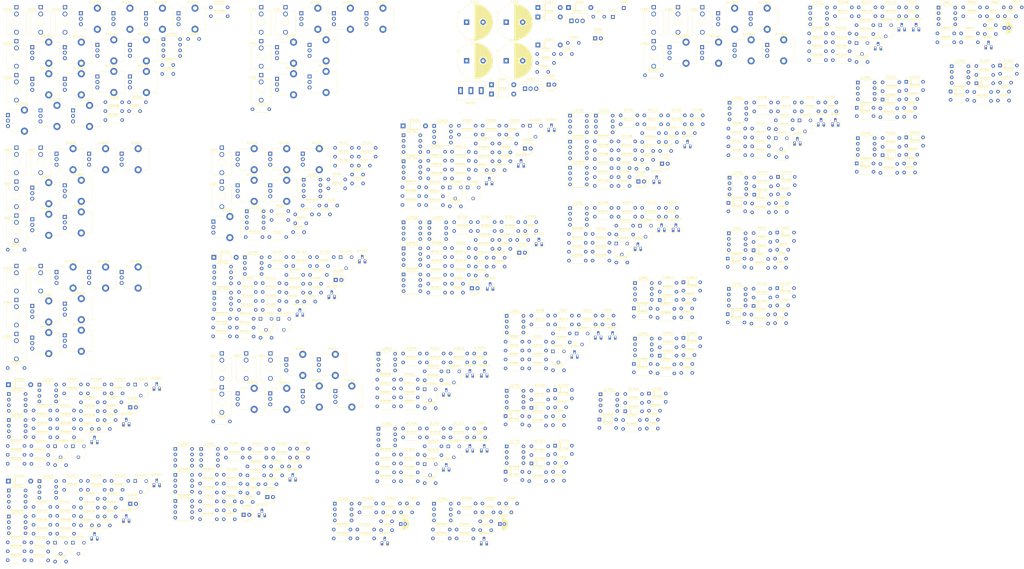
<source format=kicad_pcb>
(kicad_pcb (version 20211014) (generator pcbnew)
  (layers (0 "F.Cu" signal) (31 "B.Cu" signal) (34 "B.Paste" user) (35 "F.Paste" user) (36 "B.SilkS" user "B.Silkscreen") (37 "F.SilkS" user "F.Silkscreen") (38 "B.Mask" user) (39 "F.Mask" user) (44 "Edge.Cuts" user))
  (net 0 "")
  (net 1 "/BD/TIMING_CAP_1")
  (net 2 "/BD/TIMING_CAP_2")
  (net 3 "/T1/TIMING_CAP_1")
  (net 4 "/T1/TIMING_CAP_2")
  (net 5 "/T2/TIMING_CAP_1")
  (net 6 "/T2/TIMING_CAP_2")
  (net 7 "+12V")
  (net 8 "GND")
  (net 9 "-12V")
  (net 10 "Net-(C201-Pad1)")
  (net 11 "Net-(C202-Pad2)")
  (net 12 "/H1/HPF/OUT")
  (net 13 "Net-(C303-Pad2)")
  (net 14 "/H2/HPF/OUT")
  (net 15 "Net-(C403-Pad2)")
  (net 16 "/H2/Amplitude Envelope/GATE")
  (net 17 "Net-(C601-Pad2)")
  (net 18 "/H2/Amplitude Envelope/RELEASE_R_2")
  (net 19 "Net-(C803-Pad1)")
  (net 20 "Net-(C804-Pad1)")
  (net 21 "Net-(C804-Pad2)")
  (net 22 "Net-(C805-Pad2)")
  (net 23 "Net-(C806-Pad2)")
  (net 24 "Net-(C1001-Pad1)")
  (net 25 "Net-(C1001-Pad2)")
  (net 26 "Net-(C1008-Pad1)")
  (net 27 "Net-(C1008-Pad2)")
  (net 28 "Net-(C1011-Pad1)")
  (net 29 "/H2/HPF/IN")
  (net 30 "Net-(C1012-Pad1)")
  (net 31 "/SD/Amplitude Envelope/GATE")
  (net 32 "Net-(C1101-Pad2)")
  (net 33 "/SD/Filter Envelope/RELEASE_R_2")
  (net 34 "Net-(C1201-Pad2)")
  (net 35 "/SD/Pitch Envelope/RELEASE_R_2")
  (net 36 "/SD/VCA/IN")
  (net 37 "Net-(C1303-Pad2)")
  (net 38 "Net-(C1603-Pad1)")
  (net 39 "Net-(C1604-Pad1)")
  (net 40 "Net-(C1604-Pad2)")
  (net 41 "Net-(C1605-Pad2)")
  (net 42 "Net-(C1606-Pad2)")
  (net 43 "Net-(C1701-Pad2)")
  (net 44 "/SD/Amplitude Envelope/RELEASE_R_2")
  (net 45 "/H1/Amplitude Envelope/GATE")
  (net 46 "Net-(C1901-Pad2)")
  (net 47 "/H1/Amplitude Envelope/RELEASE_R_2")
  (net 48 "Net-(C2003-Pad1)")
  (net 49 "Net-(C2004-Pad1)")
  (net 50 "Net-(C2004-Pad2)")
  (net 51 "Net-(C2005-Pad2)")
  (net 52 "Net-(C2006-Pad2)")
  (net 53 "Net-(C2101-Pad1)")
  (net 54 "Net-(C2101-Pad2)")
  (net 55 "Net-(C2108-Pad1)")
  (net 56 "Net-(C2108-Pad2)")
  (net 57 "Net-(C2111-Pad1)")
  (net 58 "/H1/HPF/IN")
  (net 59 "Net-(C2112-Pad1)")
  (net 60 "/SD/VCO/TIMING_CAP_2")
  (net 61 "/SD/VCO/TIMING_CAP_1")
  (net 62 "Net-(C2204-Pad1)")
  (net 63 "Net-(C2301-Pad1)")
  (net 64 "Net-(C2301-Pad2)")
  (net 65 "Net-(C2308-Pad1)")
  (net 66 "Net-(C2308-Pad2)")
  (net 67 "Net-(C2311-Pad1)")
  (net 68 "Net-(C2312-Pad1)")
  (net 69 "/SD/LPF/OUT")
  (net 70 "/BD/Amplitude Envelope/GATE")
  (net 71 "Net-(C2401-Pad2)")
  (net 72 "/BD/Amplitude Envelope/RELEASE_R_2")
  (net 73 "/T1/Amplitude Envelope/GATE")
  (net 74 "Net-(C2501-Pad2)")
  (net 75 "/T1/Amplitude Envelope/RELEASE_R_2")
  (net 76 "/T2/Amplitude Envelope/GATE")
  (net 77 "Net-(C2601-Pad2)")
  (net 78 "/T2/Amplitude Envelope/RELEASE_R_2")
  (net 79 "Net-(C2701-Pad2)")
  (net 80 "/BD/Pitch Envelope/RELEASE_R_2")
  (net 81 "Net-(C2801-Pad2)")
  (net 82 "/T1/Pitch Envelope/RELEASE_R_2")
  (net 83 "Net-(C2901-Pad2)")
  (net 84 "/T2/Pitch Envelope/RELEASE_R_2")
  (net 85 "/BD/VCA/IN")
  (net 86 "Net-(C3003-Pad2)")
  (net 87 "/T1/VCA/IN")
  (net 88 "Net-(C3103-Pad2)")
  (net 89 "/T2/VCA/IN")
  (net 90 "Net-(C3203-Pad2)")
  (net 91 "Net-(D201-Pad2)")
  (net 92 "Net-(D207-Pad1)")
  (net 93 "Net-(D208-Pad2)")
  (net 94 "Net-(D602-Pad2)")
  (net 95 "/H2/Amplitude Envelope/RELEASE_R_1")
  (net 96 "/H2/HPF/FB_IN")
  (net 97 "Net-(D1102-Pad2)")
  (net 98 "/SD/Filter Envelope/RELEASE_R_1")
  (net 99 "Net-(D1202-Pad2)")
  (net 100 "/SD/Pitch Envelope/RELEASE_R_1")
  (net 101 "Net-(D1401-Pad1)")
  (net 102 "Net-(D1402-Pad1)")
  (net 103 "Net-(D1702-Pad2)")
  (net 104 "/SD/Amplitude Envelope/RELEASE_R_1")
  (net 105 "Net-(D1902-Pad2)")
  (net 106 "/H1/Amplitude Envelope/RELEASE_R_1")
  (net 107 "/H1/HPF/FB_IN")
  (net 108 "/SD/LPF/FB_IN")
  (net 109 "Net-(D2402-Pad2)")
  (net 110 "/BD/Amplitude Envelope/RELEASE_R_1")
  (net 111 "Net-(D2502-Pad2)")
  (net 112 "/T1/Amplitude Envelope/RELEASE_R_1")
  (net 113 "Net-(D2602-Pad2)")
  (net 114 "/T2/Amplitude Envelope/RELEASE_R_1")
  (net 115 "Net-(D2702-Pad2)")
  (net 116 "/BD/Pitch Envelope/RELEASE_R_1")
  (net 117 "Net-(D2802-Pad2)")
  (net 118 "/T1/Pitch Envelope/RELEASE_R_1")
  (net 119 "Net-(D2902-Pad2)")
  (net 120 "/T2/Pitch Envelope/RELEASE_R_1")
  (net 121 "Net-(D3301-Pad1)")
  (net 122 "Net-(D3302-Pad1)")
  (net 123 "Net-(D3401-Pad1)")
  (net 124 "Net-(D3402-Pad1)")
  (net 125 "Net-(D3501-Pad1)")
  (net 126 "Net-(D3502-Pad1)")
  (net 127 "AC")
  (net 129 "Net-(J101-PadT)")
  (net 131 "Net-(J102-PadT)")
  (net 134 "Net-(J502-PadT)")
  (net 136 "Net-(J503-PadT)")
  (net 138 "Net-(J504-PadT)")
  (net 141 "Net-(J702-PadT)")
  (net 143 "Net-(J703-PadT)")
  (net 145 "Net-(J704-PadT)")
  (net 148 "Net-(J902-PadT)")
  (net 150 "Net-(J903-PadT)")
  (net 152 "Net-(J904-PadT)")
  (net 155 "Net-(J1502-PadT)")
  (net 157 "Net-(J1503-PadT)")
  (net 159 "Net-(J1504-PadT)")
  (net 162 "Net-(J1802-PadT)")
  (net 164 "Net-(J1803-PadT)")
  (net 166 "Net-(J1804-PadT)")
  (net 169 "Net-(J2202-PadT)")
  (net 171 "Net-(J2203-PadT)")
  (net 173 "Net-(J2204-PadT)")
  (net 175 "Net-(J2205-PadT)")
  (net 176 "Net-(Q301-Pad2)")
  (net 177 "Net-(Q301-Pad3)")
  (net 178 "Net-(Q301-Pad1)")
  (net 179 "Net-(Q302-Pad3)")
  (net 180 "Net-(Q303-Pad2)")
  (net 181 "Net-(Q303-Pad1)")
  (net 182 "Net-(Q401-Pad2)")
  (net 183 "Net-(Q401-Pad3)")
  (net 184 "Net-(Q401-Pad1)")
  (net 185 "Net-(Q402-Pad3)")
  (net 186 "Net-(Q403-Pad2)")
  (net 187 "Net-(Q403-Pad1)")
  (net 189 "Net-(Q1001-Pad2)")
  (net 190 "Net-(Q1001-Pad3)")
  (net 191 "Net-(Q1001-Pad1)")
  (net 192 "Net-(Q1002-Pad1)")
  (net 193 "Net-(Q1301-Pad2)")
  (net 194 "Net-(Q1301-Pad3)")
  (net 195 "Net-(Q1301-Pad1)")
  (net 196 "Net-(Q1302-Pad3)")
  (net 197 "Net-(Q1303-Pad2)")
  (net 198 "Net-(Q1303-Pad1)")
  (net 199 "Net-(Q1401-Pad3)")
  (net 200 "Net-(Q1402-Pad2)")
  (net 201 "Net-(Q1402-Pad3)")
  (net 202 "Net-(Q1402-Pad1)")
  (net 203 "Net-(Q1403-Pad3)")
  (net 204 "Net-(Q1403-Pad1)")
  (net 207 "Net-(Q2101-Pad2)")
  (net 208 "Net-(Q2101-Pad3)")
  (net 209 "Net-(Q2101-Pad1)")
  (net 210 "Net-(Q2102-Pad1)")
  (net 211 "Net-(Q2301-Pad2)")
  (net 212 "Net-(Q2301-Pad3)")
  (net 213 "Net-(Q2301-Pad1)")
  (net 214 "Net-(Q2302-Pad1)")
  (net 215 "Net-(Q3001-Pad2)")
  (net 216 "Net-(Q3001-Pad3)")
  (net 217 "Net-(Q3001-Pad1)")
  (net 218 "Net-(Q3002-Pad3)")
  (net 219 "Net-(Q3003-Pad2)")
  (net 220 "Net-(Q3003-Pad1)")
  (net 221 "Net-(Q3101-Pad2)")
  (net 222 "Net-(Q3101-Pad3)")
  (net 223 "Net-(Q3101-Pad1)")
  (net 224 "Net-(Q3102-Pad3)")
  (net 225 "Net-(Q3103-Pad2)")
  (net 226 "Net-(Q3103-Pad1)")
  (net 227 "Net-(Q3201-Pad2)")
  (net 228 "Net-(Q3201-Pad3)")
  (net 229 "Net-(Q3201-Pad1)")
  (net 230 "Net-(Q3202-Pad3)")
  (net 231 "Net-(Q3203-Pad2)")
  (net 232 "Net-(Q3203-Pad1)")
  (net 233 "Net-(Q3301-Pad3)")
  (net 234 "Net-(Q3302-Pad2)")
  (net 235 "Net-(Q3302-Pad3)")
  (net 236 "Net-(Q3302-Pad1)")
  (net 237 "Net-(Q3303-Pad3)")
  (net 238 "Net-(Q3303-Pad1)")
  (net 239 "Net-(Q3401-Pad3)")
  (net 240 "Net-(Q3402-Pad2)")
  (net 241 "Net-(Q3402-Pad3)")
  (net 242 "Net-(Q3402-Pad1)")
  (net 243 "Net-(Q3403-Pad3)")
  (net 244 "Net-(Q3403-Pad1)")
  (net 245 "Net-(Q3501-Pad3)")
  (net 246 "Net-(Q3502-Pad2)")
  (net 247 "Net-(Q3502-Pad3)")
  (net 248 "Net-(Q3502-Pad1)")
  (net 249 "Net-(Q3503-Pad3)")
  (net 250 "Net-(Q3503-Pad1)")
  (net 251 "Net-(R101-Pad1)")
  (net 252 "Net-(R101-Pad2)")
  (net 253 "Net-(R102-Pad2)")
  (net 254 "Net-(R103-Pad2)")
  (net 255 "Net-(R104-Pad2)")
  (net 256 "Net-(R105-Pad2)")
  (net 257 "Net-(R106-Pad2)")
  (net 258 "Net-(R107-Pad1)")
  (net 259 "Net-(R108-Pad1)")
  (net 260 "Net-(R109-Pad1)")
  (net 261 "Net-(R109-Pad2)")
  (net 262 "Net-(R112-Pad2)")
  (net 263 "Net-(R113-Pad2)")
  (net 264 "/H1/VCA/CV1")
  (net 265 "Net-(R303-Pad2)")
  (net 266 "/H1/VCA/CV2")
  (net 267 "Net-(R305-Pad2)")
  (net 268 "Net-(R306-Pad2)")
  (net 269 "Net-(R307-Pad2)")
  (net 270 "Net-(R308-Pad2)")
  (net 271 "Net-(R309-Pad2)")
  (net 272 "Net-(R310-Pad2)")
  (net 273 "Net-(R312-Pad1)")
  (net 274 "/H1/OUT")
  (net 275 "/H2/VCA/CV1")
  (net 276 "Net-(R403-Pad2)")
  (net 277 "/H2/VCA/CV2")
  (net 278 "Net-(R405-Pad2)")
  (net 279 "Net-(R406-Pad2)")
  (net 280 "Net-(R407-Pad2)")
  (net 281 "Net-(R408-Pad2)")
  (net 282 "Net-(R409-Pad2)")
  (net 283 "Net-(R410-Pad2)")
  (net 284 "Net-(R412-Pad1)")
  (net 285 "/H2/OUT")
  (net 286 "Net-(R602-Pad2)")
  (net 287 "Net-(R604-Pad2)")
  (net 288 "Net-(R606-Pad1)")
  (net 289 "/T1/OUT")
  (net 290 "Net-(R804-Pad1)")
  (net 291 "Net-(R805-Pad2)")
  (net 292 "Net-(R806-Pad1)")
  (net 293 "/BD/OUT")
  (net 294 "/H2/HPF/CV1")
  (net 295 "/H2/HPF/CV2")
  (net 296 "Net-(R1006-Pad2)")
  (net 297 "Net-(R1008-Pad1)")
  (net 298 "Net-(R1009-Pad2)")
  (net 299 "Net-(R1010-Pad2)")
  (net 300 "Net-(R1011-Pad2)")
  (net 301 "Net-(R1013-Pad1)")
  (net 302 "Net-(R1016-Pad2)")
  (net 303 "Net-(R1102-Pad2)")
  (net 304 "Net-(R1104-Pad2)")
  (net 305 "Net-(R1106-Pad1)")
  (net 306 "Net-(R1202-Pad2)")
  (net 307 "Net-(R1204-Pad2)")
  (net 308 "Net-(R1206-Pad1)")
  (net 309 "/SD/VCA/CV1")
  (net 310 "Net-(R1303-Pad2)")
  (net 311 "/SD/VCA/CV2")
  (net 312 "Net-(R1305-Pad2)")
  (net 313 "Net-(R1306-Pad2)")
  (net 314 "Net-(R1307-Pad2)")
  (net 315 "Net-(R1308-Pad2)")
  (net 316 "Net-(R1309-Pad2)")
  (net 317 "Net-(R1310-Pad2)")
  (net 318 "Net-(R1312-Pad1)")
  (net 319 "/SD/OUT")
  (net 320 "/SD/VCO/CV1")
  (net 321 "Net-(R1401-Pad2)")
  (net 322 "/SD/VCO/CV2")
  (net 323 "/SD/VCO/CV3")
  (net 324 "Net-(R1404-Pad1)")
  (net 325 "Net-(R1405-Pad2)")
  (net 326 "Net-(R1406-Pad2)")
  (net 327 "Net-(R1410-Pad2)")
  (net 328 "Net-(R1411-Pad2)")
  (net 329 "Net-(R1416-Pad1)")
  (net 330 "/SD/VCO/SINE")
  (net 331 "Net-(R1420-Pad1)")
  (net 332 "Net-(R1421-Pad2)")
  (net 333 "Net-(R1422-Pad1)")
  (net 334 "/T2/OUT")
  (net 335 "Net-(R1604-Pad1)")
  (net 336 "Net-(R1605-Pad2)")
  (net 337 "Net-(R1606-Pad1)")
  (net 338 "/SD/LPF/IN")
  (net 339 "Net-(R1702-Pad2)")
  (net 340 "Net-(R1704-Pad2)")
  (net 341 "Net-(R1706-Pad1)")
  (net 342 "Net-(R1902-Pad2)")
  (net 343 "Net-(R1904-Pad2)")
  (net 344 "Net-(R1906-Pad1)")
  (net 345 "Net-(R2004-Pad1)")
  (net 346 "Net-(R2005-Pad2)")
  (net 347 "Net-(R2006-Pad1)")
  (net 348 "/H1/HPF/CV1")
  (net 349 "/H1/HPF/CV2")
  (net 350 "Net-(R2106-Pad2)")
  (net 351 "Net-(R2108-Pad1)")
  (net 352 "Net-(R2109-Pad2)")
  (net 353 "Net-(R2110-Pad2)")
  (net 354 "Net-(R2111-Pad2)")
  (net 355 "Net-(R2113-Pad1)")
  (net 356 "Net-(R2116-Pad2)")
  (net 357 "Net-(R2201-Pad1)")
  (net 358 "Net-(R2201-Pad2)")
  (net 359 "Net-(R2202-Pad2)")
  (net 360 "Net-(R2203-Pad1)")
  (net 361 "Net-(R2204-Pad1)")
  (net 362 "/SD/LPF/CV1")
  (net 363 "/SD/LPF/CV2")
  (net 364 "/SD/LPF/CV3")
  (net 365 "Net-(R2307-Pad2)")
  (net 366 "Net-(R2309-Pad1)")
  (net 367 "Net-(R2310-Pad2)")
  (net 368 "Net-(R2311-Pad2)")
  (net 369 "Net-(R2312-Pad2)")
  (net 370 "Net-(R2314-Pad1)")
  (net 371 "Net-(R2317-Pad2)")
  (net 372 "Net-(R2402-Pad2)")
  (net 373 "Net-(R2404-Pad2)")
  (net 374 "Net-(R2406-Pad1)")
  (net 375 "Net-(R2502-Pad2)")
  (net 376 "Net-(R2504-Pad2)")
  (net 377 "Net-(R2506-Pad1)")
  (net 378 "Net-(R2602-Pad2)")
  (net 379 "Net-(R2604-Pad2)")
  (net 380 "Net-(R2606-Pad1)")
  (net 381 "Net-(R2702-Pad2)")
  (net 382 "Net-(R2704-Pad2)")
  (net 383 "Net-(R2706-Pad1)")
  (net 384 "Net-(R2802-Pad2)")
  (net 385 "Net-(R2804-Pad2)")
  (net 386 "Net-(R2806-Pad1)")
  (net 387 "Net-(R2902-Pad2)")
  (net 388 "Net-(R2904-Pad2)")
  (net 389 "Net-(R2906-Pad1)")
  (net 390 "/BD/VCA/CV1")
  (net 391 "Net-(R3003-Pad2)")
  (net 392 "/BD/VCA/CV2")
  (net 393 "Net-(R3005-Pad2)")
  (net 394 "Net-(R3006-Pad2)")
  (net 395 "Net-(R3007-Pad2)")
  (net 396 "Net-(R3008-Pad2)")
  (net 397 "Net-(R3009-Pad2)")
  (net 398 "Net-(R3010-Pad2)")
  (net 399 "Net-(R3012-Pad1)")
  (net 400 "/T1/VCA/CV1")
  (net 401 "Net-(R3103-Pad2)")
  (net 402 "/T1/VCA/CV2")
  (net 403 "Net-(R3105-Pad2)")
  (net 404 "Net-(R3106-Pad2)")
  (net 405 "Net-(R3107-Pad2)")
  (net 406 "Net-(R3108-Pad2)")
  (net 407 "Net-(R3109-Pad2)")
  (net 408 "Net-(R3110-Pad2)")
  (net 409 "Net-(R3112-Pad1)")
  (net 410 "/T2/VCA/CV1")
  (net 411 "Net-(R3203-Pad2)")
  (net 412 "/T2/VCA/CV2")
  (net 413 "Net-(R3205-Pad2)")
  (net 414 "Net-(R3206-Pad2)")
  (net 415 "Net-(R3207-Pad2)")
  (net 416 "Net-(R3208-Pad2)")
  (net 417 "Net-(R3209-Pad2)")
  (net 418 "Net-(R3210-Pad2)")
  (net 419 "Net-(R3212-Pad1)")
  (net 420 "/BD/VCO/CV1")
  (net 421 "Net-(R3301-Pad2)")
  (net 422 "/BD/VCO/CV2")
  (net 423 "/BD/VCO/CV3")
  (net 424 "Net-(R3304-Pad1)")
  (net 425 "Net-(R3305-Pad2)")
  (net 426 "Net-(R3306-Pad2)")
  (net 427 "Net-(R3310-Pad2)")
  (net 428 "Net-(R3311-Pad2)")
  (net 429 "Net-(R3316-Pad1)")
  (net 430 "Net-(R3320-Pad1)")
  (net 431 "Net-(R3321-Pad2)")
  (net 432 "Net-(R3322-Pad1)")
  (net 433 "/T1/VCO/CV1")
  (net 434 "Net-(R3401-Pad2)")
  (net 435 "/T1/VCO/CV2")
  (net 436 "/T1/VCO/CV3")
  (net 437 "Net-(R3404-Pad1)")
  (net 438 "Net-(R3405-Pad2)")
  (net 439 "Net-(R3406-Pad2)")
  (net 440 "Net-(R3410-Pad2)")
  (net 441 "Net-(R3411-Pad2)")
  (net 442 "Net-(R3416-Pad1)")
  (net 443 "Net-(R3420-Pad1)")
  (net 444 "Net-(R3421-Pad2)")
  (net 445 "Net-(R3422-Pad1)")
  (net 446 "/T2/VCO/CV1")
  (net 447 "Net-(R3501-Pad2)")
  (net 448 "/T2/VCO/CV2")
  (net 449 "/T2/VCO/CV3")
  (net 450 "Net-(R3504-Pad1)")
  (net 451 "Net-(R3505-Pad2)")
  (net 452 "Net-(R3506-Pad2)")
  (net 453 "Net-(R3510-Pad2)")
  (net 454 "Net-(R3511-Pad2)")
  (net 455 "Net-(R3516-Pad1)")
  (net 456 "Net-(R3520-Pad1)")
  (net 457 "Net-(R3521-Pad2)")
  (net 458 "Net-(R3522-Pad1)")
  (net 459 "/H2/Amplitude Envelope/OUT")
  (net 460 "/T1/Pitch Envelope/OUT")
  (net 461 "/T1/Amplitude Envelope/OUT")
  (net 462 "/BD/Pitch Envelope/OUT")
  (net 463 "/BD/Amplitude Envelope/OUT")
  (net 464 "/SD/VCO/TRI")
  (net 465 "/T2/Pitch Envelope/OUT")
  (net 466 "/T2/Amplitude Envelope/OUT")
  (net 467 "/H1/Amplitude Envelope/OUT")
  (net 468 "/SD/Pitch Envelope/OUT")
  (net 469 "/SD/Filter Envelope/OUT")
  (net 470 "/SD/Amplitude Envelope/OUT")
  (net 471 "/BD/VCO/TRI")
  (net 472 "/T1/VCO/TRI")
  (net 473 "/T2/VCO/TRI")
  (footprint "Package_TO_SOT_THT:TO-92_HandSolder" (layer "F.Cu") (at 7.61 219.47)
    (fp_text reference "Q3403")
    (fp_text value "2N3904")
  )
  (footprint "Capacitor_THT:C_Disc_D5.0mm_W2.5mm_P5.00mm" (layer "F.Cu") (at 125.7 216.03)
    (fp_text reference "C1606")
    (fp_text value "220n")
  )
  (footprint "Capacitor_THT:C_Disc_D5.0mm_W2.5mm_P5.00mm" (layer "F.Cu") (at 340.86 11.1)
    (fp_text reference "C3102")
    (fp_text value "0.1u")
  )
  (footprint "Resistor_THT:R_Axial_DIN0207_L6.3mm_D2.5mm_P7.62mm_Horizontal" (layer "F.Cu") (at 181.32 146.46)
    (fp_text reference "R301")
    (fp_text value "220k")
  )
  (footprint "Resistor_THT:R_Axial_DIN0207_L6.3mm_D2.5mm_P7.62mm_Horizontal" (layer "F.Cu") (at 148.28 223.83)
    (fp_text reference "R2002")
    (fp_text value "100k")
  )
  (footprint "Connector_Audio:Jack_3.5mm_QingPu_WQP-PJ398SM_Vertical_CircularHoles" (layer "F.Cu") (at 52.33 143.68)
    (fp_text reference "J502")
    (fp_text value "AudioJack2_SwitchT")
  )
  (footprint "Resistor_THT:R_Axial_DIN0207_L6.3mm_D2.5mm_P7.62mm_Horizontal" (layer "F.Cu") (at 330.09 2.15)
    (fp_text reference "R3114")
    (fp_text value "330k")
  )
  (footprint "Potentiometer_THT:Potentiometer_Alpha_RD901F-40-00D_Single_Vertical_CircularHoles" (layer "F.Cu") (at 6.79 106.67)
    (fp_text reference "RV1502")
    (fp_text value "50k")
  )
  (footprint "Resistor_THT:R_Axial_DIN0207_L6.3mm_D2.5mm_P7.62mm_Horizontal" (layer "F.Cu") (at 243.42 77.48)
    (fp_text reference "R3215")
    (fp_text value "22k")
  )
  (footprint "Resistor_THT:R_Axial_DIN0207_L6.3mm_D2.5mm_P7.62mm_Horizontal" (layer "F.Cu") (at -22.49 213.57)
    (fp_text reference "R3411")
    (fp_text value "470k")
  )
  (footprint "Capacitor_THT:C_Disc_D5.0mm_W2.5mm_P5.00mm" (layer "F.Cu") (at 304.17 54.38)
    (fp_text reference "C402")
    (fp_text value "0.1u")
  )
  (footprint "Capacitor_THT:C_Disc_D5.0mm_W2.5mm_P5.00mm" (layer "F.Cu") (at 89.82 120.13)
    (fp_text reference "C1404")
    (fp_text value "0.1u")
  )
  (footprint "Resistor_THT:R_Axial_DIN0207_L6.3mm_D2.5mm_P7.62mm_Horizontal" (layer "F.Cu") (at 159.05 227.88)
    (fp_text reference "R2001")
    (fp_text value "4.7k")
  )
  (footprint "Package_DIP:DIP-8_W7.62mm_Socket" (layer "F.Cu") (at 341.45 45.76)
    (fp_text reference "U2601")
    (fp_text value "LM358")
  )
  (footprint "Resistor_THT:R_Axial_DIN0207_L6.3mm_D2.5mm_P7.62mm_Horizontal" (layer "F.Cu") (at 293.07 100.79)
    (fp_text reference "R604")
    (fp_text value "100k")
  )
  (footprint "Resistor_THT:R_Axial_DIN0207_L6.3mm_D2.5mm_P7.62mm_Horizontal" (layer "F.Cu") (at 156.29 177.87)
    (fp_text reference "R1315")
    (fp_text value "22k")
  )
  (footprint "Custom:Potentiometer_Runtron_RM-065_Vertical_Improved" (layer "F.Cu") (at 340.84 2.5)
    (fp_text reference "RV3101")
    (fp_text value "10k")
  )
  (footprint "Resistor_THT:R_Axial_DIN0207_L6.3mm_D2.5mm_P7.62mm_Horizontal" (layer "F.Cu") (at 202.86 138.66)
    (fp_text reference "R316")
    (fp_text value "10k")
  )
  (footprint "Package_TO_SOT_THT:TO-92_HandSolder" (layer "F.Cu") (at 101 117.63)
    (fp_text reference "Q1403")
    (fp_text value "2N3904")
  )
  (footprint "Potentiometer_THT:Potentiometer_Alpha_RD901F-40-00D_Single_Vertical_CircularHoles" (layer "F.Cu") (at 59.53 161.88)
    (fp_text reference "RV505")
    (fp_text value "50k")
  )
  (footprint "Resistor_THT:R_Axial_DIN0207_L6.3mm_D2.5mm_P7.62mm_Horizontal" (layer "F.Cu") (at 123 167.76)
    (fp_text reference "R3009")
    (fp_text value "10k")
  )
  (footprint "Potentiometer_THT:Potentiometer_Alpha_RD901F-40-00D_Single_Vertical_CircularHoles" (layer "F.Cu") (at 270.65 4.37)
    (fp_text reference "RV1804")
    (fp_text value "50k")
  )
  (footprint "Capacitor_THT:CP_Radial_D16.0mm_P7.50mm" (layer "F.Cu") (at 181.604491 10.55)
    (fp_text reference "C204")
    (fp_text value "2200u")
  )
  (footprint "Resistor_THT:R_Axial_DIN0207_L6.3mm_D2.5mm_P7.62mm_Horizontal" (layer "F.Cu") (at -22.49 181.84)
    (fp_text reference "R3305")
    (fp_text value "100k")
  )
  (footprint "LED_THT:LED_D5.0mm" (layer "F.Cu") (at 73.02 209.04)
    (fp_text reference "D1002")
    (fp_text value "LED")
  )
  (footprint "Resistor_THT:R_Axial_DIN0207_L6.3mm_D2.5mm_P7.62mm_Horizontal" (layer "F.Cu") (at 294.05 118.29)
    (fp_text reference "R1101")
    (fp_text value "100k")
  )
  (footprint "Resistor_THT:R_Axial_DIN0207_L6.3mm_D2.5mm_P7.62mm_Horizontal" (layer "F.Cu") (at 113.95 223.83)
    (fp_text reference "R1604")
    (fp_text value "4.7k")
  )
  (footprint "Resistor_THT:R_Axial_DIN0207_L6.3mm_D2.5mm_P7.62mm_Horizontal" (layer "F.Cu") (at 255.17 39.44)
    (fp_text reference "R2102")
    (fp_text value "100k")
  )
  (footprint "LED_THT:LED_D5.0mm" (layer "F.Cu") (at 200.94 21.4)
    (fp_text reference "D207")
    (fp_text value "LED")
  )
  (footprint "Capacitor_THT:C_Disc_D5.0mm_W2.5mm_P5.00mm" (layer "F.Cu") (at 86.49 191.09)
    (fp_text reference "C1004")
    (fp_text value "0.1u")
  )
  (footprint "Connector_Audio:Jack_3.5mm_QingPu_WQP-PJ398SM_Vertical_CircularHoles" (layer "F.Cu") (at -41.06 65.53)
    (fp_text reference "J904")
    (fp_text value "AudioJack2_SwitchT")
  )
  (footprint "Resistor_THT:R_Axial_DIN0207_L6.3mm_D2.5mm_P7.62mm_Horizontal" (layer "F.Cu") (at 341.84 -13.75)
    (fp_text reference "R3107")
    (fp_text value "150k")
  )
  (footprint "Capacitor_THT:C_Disc_D5.0mm_W2.5mm_P5.00mm" (layer "F.Cu") (at 254.19 43.49)
    (fp_text reference "C2101")
    (fp_text value "4.7n")
  )
  (footprint "Custom:Potentiometer_Runtron_RM-065_Vertical_Improved" (layer "F.Cu") (at 192.39 40.14)
    (fp_text reference "RV3502")
    (fp_text value "10k")
  )
  (footprint "Connector_Audio:Jack_3.5mm_QingPu_WQP-PJ398SM_Vertical_CircularHoles" (layer "F.Cu") (at 52.33 159.13)
    (fp_text reference "J503")
    (fp_text value "AudioJack2_SwitchT")
  )
  (footprint "Capacitor_THT:C_Disc_D5.0mm_W2.5mm_P5.00mm" (layer "F.Cu") (at 245.52 177.89)
    (fp_text reference "C1901")
    (fp_text value "10n")
  )
  (footprint "Resistor_THT:R_Axial_DIN0207_L6.3mm_D2.5mm_P7.62mm_Horizontal" (layer "F.Cu") (at 123 155.61)
    (fp_text reference "R3006")
    (fp_text value "100k")
  )
  (footprint "Resistor_THT:R_Axial_DIN0207_L6.3mm_D2.5mm_P7.62mm_Horizontal" (layer "F.Cu") (at 103.18 227.88)
    (fp_text reference "R1603")
    (fp_text value "100k")
  )
  (footprint "Diode_THT:D_DO-35_SOD27_P7.62mm_Horizontal" (layer "F.Cu") (at 383.61 24.53)
    (fp_text reference "D1203")
    (fp_text value "1N4148")
  )
  (footprint "Resistor_THT:R_Axial_DIN0207_L6.3mm_D2.5mm_P7.62mm_Horizontal" (layer "F.Cu") (at 133.77 189.72)
    (fp_text reference "R1302")
    (fp_text value "1k")
  )
  (footprint "Resistor_THT:R_Axial_DIN0207_L6.3mm_D2.5mm_P7.62mm_Horizontal" (layer "F.Cu") (at 156.96 60.04)
    (fp_text reference "R3506")
    (fp_text value "100k")
  )
  (footprint "Resistor_THT:R_Axial_DIN0207_L6.3mm_D2.5mm_P7.62mm_Horizontal" (layer "F.Cu") (at 181.32 138.36)
    (fp_text reference "R306")
    (fp_text value "100k")
  )
  (footprint "Potentiometer_THT:Potentiometer_Alpha_RD901F-40-00D_Single_Vertical_CircularHoles" (layer "F.Cu") (at -22.81 52.83)
    (fp_text reference "RV906")
    (fp_text value "50k")
  )
  (footprint "Potentiometer_THT:Potentiometer_Alpha_RD901F-40-00D_Single_Vertical_CircularHoles" (layer "F.Cu") (at -33.86 82.67)
    (fp_text reference "RV905")
    (fp_text value "1M")
  )
  (footprint "Connector_Audio:Jack_3.5mm_QingPu_WQP-PJ398SM_Vertical_CircularHoles" (layer "F.Cu") (at 270.75 -13.83)
    (fp_text reference "J1804")
    (fp_text value "AudioJack2_SwitchT")
  )
  (footprint "Resistor_THT:R_Axial_DIN0207_L6.3mm_D2.5mm_P7.62mm_Horizontal" (layer "F.Cu") (at 363.47 23.91)
    (fp_text reference "R2506")
    (fp_text value "470")
  )
  (footprint "Capacitor_THT:C_Disc_D5.0mm_W2.5mm_P5.00mm" (layer "F.Cu") (at 203.84 193.52)
    (fp_text reference "C1703")
    (fp_text value "10u")
  )
  (footprint "Resistor_THT:R_Axial_DIN0207_L6.3mm_D2.5mm_P7.62mm_Horizontal" (layer "F.Cu") (at 156.96 51.94)
    (fp_text reference "R3511")
    (fp_text value "470k")
  )
  (footprint "Resistor_THT:R_Axial_DIN0207_L6.3mm_D2.5mm_P7.62mm_Horizontal" (layer "F.Cu") (at 235.73 162.19)
    (fp_text reference "R1902")
    (fp_text value "100k")
  )
  (footprint "Resistor_THT:R_Axial_DIN0207_L6.3mm_D2.5mm_P7.62mm_Horizontal" (layer "F.Cu") (at 168.71 83.97)
    (fp_text reference "R2307")
    (fp_text value "10k")
  )
  (footprint "Resistor_THT:R_Axial_DIN0207_L6.3mm_D2.5mm_P7.62mm_Horizontal" (layer "F.Cu") (at 250.41 123.44)
    (fp_text reference "R2804")
    (fp_text value "100k")
  )
  (footprint "Resistor_THT:R_Axial_DIN0207_L6.3mm_D2.5mm_P7.62mm_Horizontal" (layer "F.Cu") (at 195.7 7.5)
    (fp_text reference "R201")
    (fp_text value "33k")
  )
  (footprint "Capacitor_THT:C_Disc_D5.0mm_W2.5mm_P5.00mm" (layer "F.Cu") (at 63.97 203.24)
    (fp_text reference "C1011")
    (fp_text value "1n")
  )
  (footprint "Resistor_THT:R_Axial_DIN0207_L6.3mm_D2.5mm_P7.62mm_Horizontal" (layer "F.Cu") (at -0.95 209.82)
    (fp_text reference "R3421")
    (fp_text value "680k")
  )
  (footprint "Resistor_THT:R_Axial_DIN0207_L6.3mm_D2.5mm_P7.62mm_Horizontal" (layer "F.Cu") (at 214.61 130.56)
    (fp_text reference "R303")
    (fp_text value "470k")
  )
  (footprint "Capacitor_THT:C_Disc_D5.0mm_W2.5mm_P5.00mm" (layer "F.Cu") (at 155.98 76.79)
    (fp_text reference "C3502")
    (fp_text value "0.1u")
  )
  (footprint "Package_TO_SOT_THT:TO-92_HandSolder" (layer "F.Cu") (at 170.34 187.52)
    (fp_text reference "Q1302")
    (fp_text value "2N3904")
  )
  (footprint "Resistor_THT:R_Axial_DIN0207_L6.3mm_D2.5mm_P7.62mm_Horizontal" (layer "F.Cu") (at 203.84 189.47)
    (fp_text reference "R1706")
    (fp_text value "470")
  )
  (footprint "Custom:Potentiometer_Runtron_RM-065_Vertical_Improved" (layer "F.Cu") (at 314.92 37.68)
    (fp_text reference "RV402")
    (fp_text value "10k")
  )
  (footprint "Resistor_THT:R_Axial_DIN0207_L6.3mm_D2.5mm_P7.62mm_Horizontal" (layer "F.Cu") (at -45.01 233.72)
    (fp_text reference "R3408")
    (fp_text value "100k")
  )
  (footprint "Package_TO_SOT_THT:TO-92_HandSolder" (layer "F.Cu") (at 172.61 65.94)
    (fp_text reference "Q3501")
    (fp_text value "2N3904")
  )
  (footprint "Resistor_THT:R_Axial_DIN0207_L6.3mm_D2.5mm_P7.62mm_Horizontal" (layer "F.Cu") (at 282.63 41.38)
    (fp_text reference "R406")
    (fp_text value "100k")
  )
  (footprint "Custom:Potentiometer_Runtron_RM-065_Vertical_Improved" (layer "F.Cu") (at 12.94 201.77)
    (fp_text reference "RV3402")
    (fp_text value "10k")
  )
  (footprint "Custom:Potentiometer_Runtron_RM-065_Vertical_Improved" (layer "F.Cu") (at -15.38 185.94)
    (fp_text reference "RV3301")
    (fp_text value "10k")
  )
  (footprint "Resistor_THT:R_Axial_DIN0207_L6.3mm_D2.5mm_P7.62mm_Horizontal" (layer "F.Cu") (at 144.54 185.97)
    (fp_text reference "R1310")
    (fp_text value "10k")
  )
  (footprint "Diode_THT:D_DO-35_SOD27_P7.62mm_Horizontal" (layer "F.Cu") (at 203.84 185.67)
    (fp_text reference "D1702")
    (fp_text value "1N4148")
  )
  (footprint "Package_TO_SOT_THT:TO-92_HandSolder" (layer "F.Cu") (at 195.21 93.62)
    (fp_text reference "Q2301")
    (fp_text value "BC558")
  )
  (footprint "Resistor_THT:R_Axial_DIN0207_L6.3mm_D2.5mm_P7.62mm_Horizontal" (layer "F.Cu") (at 100.78 64.55)
    (fp_text reference "R109")
    (fp_text value "5.6k")
  )
  (footprint "Potentiometer_THT:Potentiometer_Alpha_RD901F-40-00D_Single_Vertical_CircularHoles" (layer "F.Cu") (at -33.86 122.12)
    (fp_text reference "RV1507")
    (fp_text value "50k")
  )
  (footprint "Capacitor_THT:CP_Radial_D16.0mm_P7.50mm" (layer "F.Cu") (at 181.604491 -7)
    (fp_text reference "C203")
    (fp_text value "2200u")
  )
  (footprint "Diode_THT:D_DO-35_SOD27_P7.62mm_Horizontal" (layer "F.Cu") (at 251.39 144.74)
    (fp_text reference "D2901")
    (fp_text value "1N4148")
  )
  (footprint "Resistor_THT:R_Axial_DIN0207_L6.3mm_D2.5mm_P7.62mm_Horizontal" (layer "F.Cu") (at -22.49 225.72)
    (fp_text reference "R3405")
    (fp_text value "100k")
  )
  (footprint "Resistor_THT:R_Axial_DIN0207_L6.3mm_D2.5mm_P7.62mm_Horizontal" (layer "F.Cu") (at 330.09 6.2)
    (fp_text reference "R3105")
    (fp_text value "150k")
  )
  (footprint "Resistor_THT:R_Axial_DIN0207_L6.3mm_D2.5mm_P7.62mm_Horizontal" (layer "F.Cu") (at 351.72 61.56)
    (fp_text reference "R2605")
    (fp_text value "15k")
  )
  (footprint "Capacitor_THT:C_Disc_D5.0mm_W2.5mm_P5.00mm" (layer "F.Cu") (at 72.12 203.24)
    (fp_text reference "C1012")
    (fp_text value "0.47u")
  )
  (footprint "Package_DIP:DIP-8_W7.62mm_Socket" (layer "F.Cu") (at 240.14 111.69)
    (fp_text reference "U2801")
    (fp_text value "LM358")
  )
  (footprint "Connector_Audio:Jack_3.5mm_QingPu_WQP-PJ398SM_Vertical_CircularHoles" (layer "F.Cu") (at -41.06 1.62)
    (fp_text reference "J2202")
    (fp_text value "AudioJack2_SwitchT")
  )
  (footprint "Resistor_THT:R_Axial_DIN0207_L6.3mm_D2.5mm_P7.62mm_Horizontal" (layer "F.Cu") (at 232.65 47.24)
    (fp_text reference "R2108")
    (fp_text value "220")
  )
  (footprint "Resistor_THT:R_Axial_DIN0207_L6.3mm_D2.5mm_P7.62mm_Horizontal" (layer "F.Cu") (at 42.43 206.99)
    (fp_text reference "R1006")
    (fp_text value "10k")
  )
  (footprint "Resistor_THT:R_Axial_DIN0207_L6.3mm_D2.5mm_P7.62mm_Horizontal" (layer "F.Cu") (at 233.63 39.44)
    (fp_text reference "R2115")
    (fp_text value "220")
  )
  (footprint "Resistor_THT:R_Axial_DIN0207_L6.3mm_D2.5mm_P7.62mm_Horizontal" (layer "F.Cu") (at 156.29 147.81)
    (fp_text reference "R3003")
    (fp_text value "470k")
  )
  (footprint "Resistor_THT:R_Axial_DIN0207_L6.3mm_D2.5mm_P7.62mm_Horizontal" (layer "F.Cu") (at 178.5 48.19)
    (fp_text reference "R3521")
    (fp_text value "680k")
  )
  (footprint "Resistor_THT:R_Axial_DIN0207_L6.3mm_D2.5mm_P7.62mm_Horizontal" (layer "F.Cu") (at 220.9 89.33)
    (fp_text reference "R3202")
    (fp_text value "1k")
  )
  (footprint "Resistor_THT:R_Axial_DIN0207_L6.3mm_D2.5mm_P7.62mm_Horizontal" (layer "F.Cu") (at -34.24 233.82)
    (fp_text reference "R3414")
    (fp_text value "10k")
  )
  (footprint "Resistor_THT:R_Axial_DIN0207_L6.3mm_D2.5mm_P7.62mm_Horizontal" (layer "F.Cu") (at 331.07 -9.7)
    (fp_text reference "R3111")
    (fp_text value "22k")
  )
  (footprint "Connector_Audio:Jack_3.5mm_QingPu_WQP-PJ398SM_Vertical_CircularHoles" (layer "F.Cu") (at -41.06 50.08)
    (fp_text reference "J903")
    (fp_text value "AudioJack2_SwitchT")
  )
  (footprint "Resistor_THT:R_Axial_DIN0207_L6.3mm_D2.5mm_P7.62mm_Horizontal" (layer "F.Cu") (at 221.88 51.29)
    (fp_text reference "R2109")
    (fp_text value "10k")
  )
  (footprint "Custom:Potentiometer_Runtron_RM-065_Vertical_Improved" (layer "F.Cu") (at 304.15 45.78)
    (fp_text reference "RV401")
    (fp_text value "10k")
  )
  (footprint "Resistor_THT:R_Axial_DIN0207_L6.3mm_D2.5mm_P7.62mm_Horizontal" (layer "F.Cu") (at 70.9 119.83)
    (fp_text reference "R1406")
    (fp_text value "100k")
  )
  (footprint "Resistor_THT:R_Axial_DIN0207_L6.3mm_D2.5mm_P7.62mm_Horizontal" (layer "F.Cu") (at 294.38 29.53)
    (fp_text reference "R408")
    (fp_text value "22k")
  )
  (footprint "Resistor_THT:R_Axial_DIN0207_L6.3mm_D2.5mm_P7.62mm_Horizontal" (layer "F.Cu") (at 42.43 198.89)
    (fp_text reference "R1014")
    (fp_text value "2.2k")
  )
  (footprint "Diode_THT:D_DO-35_SOD27_P7.62mm_Horizontal" (layer "F.Cu") (at 203.84 160.37)
    (fp_text reference "D2702")
    (fp_text value "1N4148")
  )
  (footprint "Resistor_THT:R_Axial_DIN0207_L6.3mm_D2.5mm_P7.62mm_Horizontal" (layer "F.Cu") (at 251.39 136.89)
    (fp_text reference "R2902")
    (fp_text value "100k")
  )
  (footprint "Resistor_THT:R_Axial_DIN0207_L6.3mm_D2.5mm_P7.62mm_Horizontal" (layer "F.Cu") (at 85.7 80.45)
    (fp_text reference "R105")
    (fp_text value "100k")
  )
  (footprint "Resistor_THT:R_Axial_DIN0207_L6.3mm_D2.5mm_P7.62mm_Horizontal" (layer "F.Cu") (at 84.81 103.93)
    (fp_text reference "R1403")
    (fp_text value "100k")
  )
  (footprint "Capacitor_THT:C_Disc_D5.0mm_W2.5mm_P5.00mm" (layer "F.Cu") (at 231.67 102.33)
    (fp_text reference "C3202")
    (fp_text value "0.1u")
  )
  (footprint "Resistor_THT:R_Axial_DIN0207_L6.3mm_D2.5mm_P7.62mm_Horizontal" (layer "F.Cu") (at 223.98 177.59)
    (fp_text reference "R1903")
    (fp_text value "100k")
  )
  (footprint "Resistor_THT:R_Axial_DIN0207_L6.3mm_D2.5mm_P7.62mm_Horizontal" (layer "F.Cu") (at 251.39 115.64)
    (fp_text reference "R2801")
    (fp_text value "100k")
  )
  (footprint "Capacitor_THT:C_Disc_D5.0mm_W2.5mm_P5.00mm" (layer "F.Cu") (at -0.95 217.92)
    (fp_text reference "C3403")
    (fp_text value "0.1u")
  )
  (footprint "Resistor_THT:R_Axial_DIN0207_L6.3mm_D2.5mm_P7.62mm_Horizontal" (layer "F.Cu") (at -34.24 237.87)
    (fp_text reference "R3412")
    (fp_text value "100k")
  )
  (footprint "LED_THT:LED_D5.0mm" (layer "F.Cu") (at 104.11 110.28)
    (fp_text reference "D1402")
    (fp_text value "LED")
  )
  (footprint "Resistor_THT:R_Axial_DIN0207_L6.3mm_D2.5mm_P7.62mm_Horizontal" (layer "F.Cu") (at 133.77 201.87)
    (fp_text reference "R1304")
    (fp_text value "470k")
  )
  (footprint "Package_DIP:DIP-8_W7.62mm_Socket" (layer "F.Cu") (at 210.63 59.19)
    (fp_text reference "U2103")
    (fp_text value "CA3080")
  )
  (footprint "Resistor_THT:R_Axial_DIN0207_L6.3mm_D2.5mm_P7.62mm_Horizontal" (layer "F.Cu") (at -34.24 189.94)
    (fp_text reference "R3314")
    (fp_text value "10k")
  )
  (footprint "Resistor_THT:R_Axial_DIN0207_L6.3mm_D2.5mm_P7.62mm_Horizontal" (layer "F.Cu") (at 144.54 190.02)
    (fp_text reference "R1316")
    (fp_text value "10k")
  )
  (footprint "Resistor_THT:R_Axial_DIN0207_L6.3mm_D2.5mm_P7.62mm_Horizontal" (layer "F.Cu") (at 53.2 198.89)
    (fp_text reference "R1008")
    (fp_text value "220")
  )
  (footprint "Resistor_THT:R_Axial_DIN0207_L6.3mm_D2.5mm_P7.62mm_Horizontal" (layer "F.Cu") (at 145.52 177.87)
    (fp_text reference "R1307")
    (fp_text value "150k")
  )
  (footprint "Connector_Audio:Jack_3.5mm_QingPu_WQP-PJ398SM_Vertical_CircularHoles" (layer "F.Cu") (at 248.65 -13.83)
    (fp_text reference "J1802")
    (fp_text value "AudioJack2_SwitchT")
  )
  (footprint "Resistor_THT:R_Axial_DIN0207_L6.3mm_D2.5mm_P7.62mm_Horizontal" (layer "F.Cu") (at 210.13 93.38)
    (fp_text reference "R3212")
    (fp_text value "22k")
  )
  (footprint "Custom:Potentiometer_Runtron_RM-065_Vertical_Improved" (layer "F.Cu") (at -15.38 229.82)
    (fp_text reference "RV3401")
    (fp_text value "10k")
  )
  (footprint "Resistor_THT:R_Axial_DIN0207_L6.3mm_D2.5mm_P7.62mm_Horizontal" (layer "F.Cu") (at 293.07 126.09)
    (fp_text reference "R1104")
    (fp_text value "100k")
  )
  (footprint "Resistor_THT:R_Axial_DIN0207_L6.3mm_D2.5mm_P7.62mm_Horizontal" (layer "F.Cu") (at -0.61 33.47)
    (fp_text reference "R2206")
    (fp_text value "1k")
  )
  (footprint "Resistor_THT:R_Axial_DIN0207_L6.3mm_D2.5mm_P7.62mm_Horizontal" (layer "F.Cu") (at 145.21 68.14)
    (fp_text reference "R3515")
    (fp_text value "330")
  )
  (footprint "Package_TO_SOT_THT:TO-92_HandSolder" (layer "F.Cu") (at 349.38 4.55)
    (fp_text reference "Q3103")
    (fp_text value "2N3904")
  )
  (footprint "Package_DIP:DIP-8_W7.62mm_Socket" (layer "F.Cu") (at 134.94 56.29)
    (fp_text reference "U3501")
    (fp_text value "TL072")
  )
  (footprint "Package_TO_SOT_THT:TO-92_HandSolder" (layer "F.Cu") (at 21.48 159.39)
    (fp_text reference "Q3302")
    (fp_text value "2N3904")
  )
  (footprint "Diode_THT:D_DO-35_SOD27_P7.62mm_Horizontal" (layer "F.Cu") (at 305.15 63.39)
    (fp_text reference "D2402")
    (fp_text value "1N4148")
  )
  (footprint "Resistor_THT:R_Axial_DIN0207_L6.3mm_D2.5mm_P7.62mm_Horizontal" (layer "F.Cu") (at 145.52 143.76)
    (fp_text reference "R3007")
    (fp_text value "150k")
  )
  (footprint "Connector_Audio:Jack_3.5mm_QingPu_WQP-PJ398SM_Vertical_CircularHoles" (layer "F.Cu") (at 70.22 17.07)
    (fp_text reference "J702")
    (fp_text value "AudioJack2_SwitchT")
  )
  (footprint "Resistor_THT:R_Axial_DIN0207_L6.3mm_D2.5mm_P7.62mm_Horizontal" (layer "F.Cu") (at 319.32 2.15)
    (fp_text reference "R3112")
    (fp_text value "22k")
  )
  (footprint "Diode_THT:D_DO-35_SOD27_P7.62mm_Horizontal" (layer "F.Cu") (at 282.3 100.54)
    (fp_text reference "D603")
    (fp_text value "1N4148")
  )
  (footprint "Capacitor_THT:C_Disc_D5.0mm_W2.5mm_P5.00mm" (layer "F.Cu") (at 304.17 79.34)
    (fp_text reference "C2401")
    (fp_text value "10n")
  )
  (footprint "Resistor_THT:R_Axial_DIN0207_L6.3mm_D2.5mm_P7.62mm_Horizontal" (layer "F.Cu") (at -0.61 37.52)
    (fp_text reference "R2201")
    (fp_text value "100k")
  )
  (footprint "Potentiometer_THT:Potentiometer_Alpha_RD901F-40-00D_Single_Vertical_CircularHoles" (layer "F.Cu") (at -33.86 4.37)
    (fp_text reference "RV2202")
    (fp_text value "50k")
  )
  (footprint "Resistor_THT:R_Axial_DIN0207_L6.3mm_D2.5mm_P7.62mm_Horizontal" (layer "F.Cu") (at 294.05 92.99)
    (fp_text reference "R601")
    (fp_text value "100k")
  )
  (footprint "Capacitor_THT:C_Disc_D5.0mm_W2.5mm_P5.00mm" (layer "F.Cu") (at 156.96 112.02)
    (fp_text reference "C2306")
    (fp_text value "0.1u")
  )
  (footprint "Diode_THT:D_DO-35_SOD27_P7.62mm_Horizontal" (layer "F.Cu") (at 282.3 125.84)
    (fp_text reference "D1103")
    (fp_text value "1N4148")
  )
  (footprint "Capacitor_THT:C_Disc_D5.0mm_W2.5mm_P5.00mm" (layer "F.Cu") (at 169.82 220.08)
    (fp_text reference "C2005")
    (fp_text value "220n")
  )
  (footprint "Resistor_THT:R_Axial_DIN0207_L6.3mm_D2.5mm_P7.62mm_Horizontal" (layer "F.Cu") (at 305.15 29.53)
    (fp_text reference "R407")
    (fp_text value "150k")
  )
  (footprint "Package_TO_SOT_THT:TO-92_HandSolder" (layer "F.Cu") (at 323.46 39.18)
    (fp_text reference "Q401")
    (fp_text value "2N3904")
  )
  (footprint "Resistor_THT:R_Axial_DIN0207_L6.3mm_D2.5mm_P7.62mm_Horizontal" (layer "F.Cu") (at 232.65 51.29)
    (fp_text reference "R2111")
    (fp_text value "10k")
  )
  (footprint "Package_DIP:DIP-8_W7.62mm_Socket" (layer "F.Cu") (at 123.5 143.86)
    (fp_text reference "U3001")
    (fp_text value "TL072")
  )
  (footprint "Capacitor_THT:C_Disc_D5.0mm_W2.5mm_P5.00mm" (layer "F.Cu") (at 69.92 136.58)
    (fp_text reference "C1402")
    (fp_text value "0.1u")
  )
  (footprint "Resistor_THT:R_Axial_DIN0207_L6.3mm_D2.5mm_P7.62mm_Horizontal" (layer "F.Cu") (at 167.73 48.19)
    (fp_text reference "R3504")
    (fp_text value "47k")
  )
  (footprint "Diode_THT:D_DO-41_SOD81_P10.16mm_Horizontal" (layer "F.Cu") (at 209.91 -13.65)
    (fp_text reference "D205")
    (fp_text value "1N5819")
  )
  (footprint "Potentiometer_THT:Potentiometer_Alpha_RD901F-40-00D_Single_Vertical_CircularHoles" (layer "F.Cu") (at -11.76 -11.08)
    (fp_text reference "RV2215")
    (fp_text value "50k")
  )
  (footprint "Package_DIP:DIP-8_W7.62mm_Socket" (layer "F.Cu") (at 134.94 107.77)
    (fp_text reference "U2304")
    (fp_text value "CA3080")
  )
  (footprint "Package_DIP:DIP-8_W7.62mm_Socket" (layer "F.Cu") (at 89.53 64.65)
    (fp_text reference "U102")
    (fp_text value "TL072")
  )
  (footprint "Package_DIP:DIP-8_W7.62mm_Socket" (layer "F.Cu") (at 48.88 116.08)
    (fp_text reference "U1401")
    (fp_text value "TL072")
  )
  (footprint "Potentiometer_THT:Potentiometer_Alpha_RD901F-40-00D_Single_Vertical_CircularHoles" (layer "F.Cu") (at 96.43 146.43)
    (fp_text reference "RV501")
    (fp_text value "50k")
  )
  (footprint "Connector_Audio:Jack_3.5mm_QingPu_WQP-PJ398SM_Vertical_CircularHoles" (layer "F.Cu") (at -41.06 103.92)
    (fp_text reference "J1503")
    (fp_text value "AudioJack2_SwitchT")
  )
  (footprint "Resistor_THT:R_Axial_DIN0207_L6.3mm_D2.5mm_P7.62mm_Horizontal" (layer "F.Cu") (at -11.72 165.94)
    (fp_text reference "R3304")
    (fp_text value "47k")
  )
  (footprint "Resistor_THT:R_Axial_DIN0207_L6.3mm_D2.5mm_P7.62mm_Horizontal" (layer "F.Cu") (at 156.29 143.76)
    (fp_text reference "R3015")
    (fp_text value "22k")
  )
  (footprint "Diode_THT:D_DO-35_SOD27_P7.62mm_Horizontal" (layer "F.Cu") (at 193.07 193.77)
    (fp_text reference "D1701")
    (fp_text value "1N4148")
  )
  (footprint "Package_TO_SOT_THT:TO-92_HandSolder" (layer "F.Cu") (at -6.84 227.57)
    (fp_text reference "Q3401")
    (fp_text value "2N3904")
  )
  (footprint "Capacitor_THT:C_Disc_D5.0mm_W2.5mm_P5.00mm" (layer "F.Cu") (at 303.84 125.89)
    (fp_text reference "C1102")
    (fp_text value "0.1u")
  )
  (footprint "Capacitor_THT:C_Disc_D5.0mm_W2.5mm_P5.00mm" (layer "F.Cu") (at 61.35 211.34)
    (fp_text reference "C1010")
    (fp_text value "0.1u")
  )
  (footprint "Resistor_THT:R_Axial_DIN0207_L6.3mm_D2.5mm_P7.62mm_Horizontal" (layer "F.Cu") (at 282.3 104.34)
    (fp_text reference "R603")
    (fp_text value "100k")
  )
  (footprint "Diode_THT:D_DO-35_SOD27_P7.62mm_Horizontal" (layer "F.Cu") (at 294.05 122.09)
    (fp_text reference "D1101")
    (fp_text value "1N4148")
  )
  (footprint "Connector_Audio:Jack_3.5mm_QingPu_WQP-PJ398SM_Vertical_CircularHoles" (layer "F.Cu") (at 52.33 65.53)
    (fp_text reference "J101")
    (fp_text value "AudioJack2_SwitchT")
  )
  (footprint "Resistor_THT:R_Axial_DIN0207_L6.3mm_D2.5mm_P7.62mm_Horizontal" (layer "F.Cu") (at 10.16 29.42)
    (fp_text reference "R2204")
    (fp_text value "220k")
  )
  (footprint "Capacitor_THT:C_Disc_D5.0mm_W2.5mm_P5.00mm" (layer "F.Cu") (at -11.72 178.09)
    (fp_text reference "C3301")
    (fp_text value "0.1u")
  )
  (footprint "Capacitor_THT:C_Disc_D5.0mm_W2.5mm_P5.00mm" (layer "F.Cu") (at 262.34 43.49)
    (fp_text reference "C2103")
    (fp_text value "0.1u")
  )
  (footprint "Potentiometer_THT:Potentiometer_Alpha_RD901F-40-00D_Single_Vertical_CircularHoles" (layer "F.Cu") (at -19.06 67.22)
    (fp_text reference "RV901")
    (fp_text value "50k")
  )
  (footprint "Resistor_THT:R_Axial_DIN0207_L6.3mm_D2.5mm_P7.62mm_Horizontal" (layer "F.Cu") (at -33.26 221.67)
    (fp_text reference "R3416")
    (fp_text value "15k")
  )
  (footprint "Resistor_THT:R_Axial_DIN0207_L6.3mm_D2.5mm_P7.62mm_Horizontal" (layer "F.Cu") (at 167.73 52.24)
    (fp_text reference "R3510")
    (fp_text value "330k")
  )
  (footprint "Resistor_THT:R_Axial_DIN0207_L6.3mm_D2.5mm_P7.62mm_Horizontal" (layer "F.Cu") (at 170.87 40.09)
    (fp_text reference "R3509")
    (fp_text value "47k")
  )
  (footprint "Connector_Audio:Jack_3.5mm_QingPu_WQP-PJ398SM_Vertical_CircularHoles" (layer "F.Cu") (at -41.06 134.82)
    (fp_text reference "J1502")
    (fp_text value "AudioJack2_SwitchT")
  )
  (footprint "Resistor_THT:R_Axial_DIN0207_L6.3mm_D2.5mm_P7.62mm_Horizontal" (layer "F.Cu") (at 84.81 99.88)
    (fp_text reference "R1409")
    (fp_text value "47k")
  )
  (footprint "Capacitor_THT:C_Disc_D5.0mm_W2.5mm_P5.00mm" (layer "F.Cu") (at 124.72 224.13)
    (fp_text reference "C1601")
    (fp_text value "0.1u")
  )
  (footprint "LED_THT:LED_D5.0mm" (layer "F.Cu") (at 10.72 212.12)
    (fp_text reference "D3402")
    (fp_text value "LED")
  )
  (footprint "Capacitor_THT:C_Disc_D5.0mm_W2.5mm_P5.00mm" (layer "F.Cu") (at 167.06 181.92)
    (fp_text reference "C1301")
    (fp_text value "0.1u")
  )
  (footprint "Resistor_THT:R_Axial_DIN0207_L6.3mm_D2.5mm_P7.62mm_Horizontal" (layer "F.Cu") (at 221.88 81.53)
    (fp_text reference "R3211")
    (fp_text value "22k")
  )
  (footprint "Diode_THT:D_DO-41_SOD81_P10.16mm_Horizontal" (layer "F.Cu") (at 174.88 21.45)
    (fp_text reference "D204")
    (fp_text value "1N5819")
  )
  (footprint "Resistor_THT:R_Axial_DIN0207_L6.3mm_D2.5mm_P7.62mm_Horizontal" (layer "F.Cu") (at -11.72 174.04)
    (fp_text reference "R3318")
    (fp_text value "7.5k")
  )
  (footprint "Resistor_THT:R_Axial_DIN0207_L6.3mm_D2.5mm_P7.62mm_Horizontal" (layer "F.Cu") (at 156.96 95.82)
    (fp_text reference "R2305")
    (fp_text value "330k")
  )
  (footprint "Package_TO_SOT_THT:TO-92_HandSolder" (layer "F.Cu") (at 21.48 203.27)
    (fp_text reference "Q3402")
    (fp_text value "2N3904")
  )
  (footprint "Potentiometer_THT:Potentiometer_Alpha_RD901F-40-00D_Single_Vertical_CircularHoles" (layer "F.Cu") (at -19.06 18.76)
    (fp_text reference "RV2207")
    (fp_text value "50k")
  )
  (footprint "Package_DIP:DIP-8_W7.62mm_Socket" (layer "F.Cu") (at 148.78 212.08)
    (fp_text reference "U2001")
    (fp_text value "TL072")
  )
  (footprint "Resistor_THT:R_Axial_DIN0207_L6.3mm_D2.5mm_P7.62mm_Horizontal" (layer "F.Cu") (at -45.01 189.84)
    (fp_text reference "R3308")
    (fp_text value "100k")
  )
  (footprint "Potentiometer_THT:Potentiometer_Alpha_RD901F-40-00D_Single_Vertical_CircularHoles" (layer "F.Cu") (at 88.47 -11.08)
    (fp_text reference "RV706")
    (fp_text value "50k")
  )
  (footprint "Resistor_THT:R_Axial_DIN0207_L6.3mm_D2.5mm_P7.62mm_Horizontal" (layer "F.Cu") (at 282.63 79.04)
    (fp_text reference "R2403")
    (fp_text value "100k")
  )
  (footprint "Resistor_THT:R_Axial_DIN0207_L6.3mm_D2.5mm_P7.62mm_Horizontal" (layer "F.Cu") (at 179.48 83.97)
    (fp_text reference "R2314")
    (fp_text value "220")
  )
  (footprint "Capacitor_THT:C_Disc_D5.0mm_W2.5mm_P5.00mm" (layer "F.Cu") (at 203.84 168.22)
    (fp_text reference "C2703")
    (fp_text value "10u")
  )
  (footprint "Package_TO_SOT_THT:TO-92_HandSolder" (layer "F.Cu") (at 248.71 65.29)
    (fp_text reference "Q2102")
    (fp_text value "BC558")
  )
  (footprint "Package_TO_SOT_THT:TO-92_HandSolder" (layer "F.Cu") (at 329.97 39.18)
    (fp_text reference "Q402")
    (fp_text value "2N3904")
  )
  (footprint "Capacitor_THT:C_Disc_D5.0mm_W2.5mm_P5.00mm" (layer "F.Cu") (at 232.65 67.49)
    (fp_text reference "C2107")
    (fp_text value "0.1u")
  )
  (footprint "Resistor_THT:R_Axial_DIN0207_L6.3mm_D2.5mm_P7.62mm_Horizontal" (layer "F.Cu") (at 234.75 178.09)
    (fp_text reference "R1905")
    (fp_text value "15k")
  )
  (footprint "Resistor_THT:R_Axial_DIN0207_L6.3mm_D2.5mm_P7.62mm_Horizontal" (layer "F.Cu") (at 251.39 111.59)
    (fp_text reference "R2802")
    (fp_text value "100k")
  )
  (footprint "Diode_THT:D_DO-35_SOD27_P7.62mm_Horizontal" (layer "F.Cu") (at 363.47 45.41)
    (fp_text reference "D2602")
    (fp_text value "1N4148")
  )
  (footprint "Capacitor_THT:C_Disc_D5.0mm_W2.5mm_P5.00mm" (layer "F.Cu") (at 261.18 152.59)
    (fp_text reference "C2901")
    (fp_text value "10n")
  )
  (footprint "Package_DIP:DIP-8_W7.62mm_Socket" (layer "F.Cu") (at 31.18 187.14)
    (fp_text reference "U1002")
    (fp_text value "TL072")
  )
  (footprint "Capacitor_THT:C_Disc_D5.0mm_W2.5mm_P5.00mm" (layer "F.Cu") (at 261.18 127.29)
    (fp_text reference "C2801")
    (fp_text value "10n")
  )
  (footprint "Resistor_THT:R_Axial_DIN0207_L6.3mm_D2.5mm_P7.62mm_Horizontal" (layer "F.Cu") (at -33.26 173.74)
    (fp_text reference "R3313")
    (fp_text value "220")
  )
  (footprint "Resistor_THT:R_Axial_DIN0207_L6.3mm_D2.5mm_P7.62mm_Horizontal" (layer "F.Cu") (at 59.15 136.03)
    (fp_text reference "R1412")
    (fp_text value "100k")
  )
  (footprint "Package_TO_SOT_THT:TO-92_HandSolder" (layer "F.Cu") (at 257.47 87.13)
    (fp_text reference "Q3202")
    (fp_text value "2N3904")
  )
  (footprint "Resistor_THT:R_Axial_DIN0207_L6.3mm_D2.5mm_P7.62mm_Horizontal" (layer "F.Cu") (at 156.96 107.97)
    (fp_text reference "R2310")
    (fp_text value "10k")
  )
  (footprint "Resistor_THT:R_Axial_DIN0207_L6.3mm_D2.5mm_P7.62mm_Horizontal" (layer "F.Cu") (at 193.07 189.97)
    (fp_text reference "R1701")
    (fp_text value "100k")
  )
  (footprint "Package_DIP:DIP-8_W7.62mm_Socket" (layer "F.Cu") (at 48.88 104.23)
    (fp_text reference "U1402")
    (fp_text value "TL072")
  )
  (footprint "Capacitor_THT:C_Disc_D5.0mm_W2.5mm_P5.00mm" (layer "F.Cu") (at 170.8 216.03)
    (fp_text reference "C2006")
    (fp_text value "220n")
  )
  (footprint "Potentiometer_THT:Potentiometer_Alpha_RD901F-40-00D_Single_Vertical_CircularHoles" (layer "F.Cu") (at 74.33 161.88)
    (fp_text reference "RV504")
    (fp_text value "50k")
  )
  (footprint "Resistor_THT:R_Axial_DIN0207_L6.3mm_D2.5mm_P7.62mm_Horizontal" (layer "F.Cu") (at 103.83 50.16)
    (fp_text reference "R113")
    (fp_text value "1k")
  )
  (footprint "Capacitor_THT:C_Disc_D5.0mm_W2.5mm_P5.00mm" (layer "F.Cu") (at 53.2 211.04)
    (fp_text reference "C1008")
    (fp_text value "1n")
  )
  (footprint "Resistor_THT:R_Axial_DIN0207_L6.3mm_D2.5mm_P7.62mm_Horizontal" (layer "F.Cu") (at 89.03 76.4)
    (fp_text reference "R104")
    (fp_text value "100k")
  )
  (footprint "Resistor_THT:R_Axial_DIN0207_L6.3mm_D2.5mm_P7.62mm_Horizontal" (layer "F.Cu") (at 144.54 155.91)
    (fp_text reference "R3016")
    (fp_text value "10k")
  )
  (footprint "LED_THT:LED_D5.0mm" (layer "F.Cu") (at 252.47 57.39)
    (fp_text reference "D2102")
    (fp_text value "LED")
  )
  (footprint "Capacitor_THT:C_Disc_D5.0mm_W2.5mm_P5.00mm" (layer "F.Cu") (at 362.49 36.06)
    (fp_text reference "C2501")
    (fp_text value "10n")
  )
  (footprint "Resistor_THT:R_Axial_DIN0207_L6.3mm_D2.5mm_P7.62mm_Horizontal" (layer "F.Cu") (at 203.84 126.51)
    (fp_text reference "R307")
    (fp_text value "150k")
  )
  (footprint "Potentiometer_THT:Potentiometer_Alpha_RD901F-40-00D_Single_Vertical_CircularHoles" (layer "F.Cu") (at 10.54 3.31)
    (fp_text reference "RV2201")
    (fp_text value "100k")
  )
  (footprint "Resistor_THT:R_Axial_DIN0207_L6.3mm_D2.5mm_P7.62mm_Horizontal" (layer "F.Cu") (at 170.87 44.14)
    (fp_text reference "R3503")
    (fp_text value "100k")
  )
  (footprint "Connector_Audio:Jack_3.5mm_QingPu_WQP-PJ398SM_Vertical_CircularHoles" (layer "F.Cu") (at -41.06 -13.83)
    (fp_text reference "J2205")
    (fp_text value "AudioJack2_SwitchT")
  )
  (footprint "Resistor_THT:R_Axial_DIN0207_L6.3mm_D2.5mm_P7.62mm_Horizontal" (layer "F.Cu") (at 315.92 29.53)
    (fp_text reference "R415")
    (fp_text value "22k")
  )
  (footprint "Capacitor_THT:C_Disc_D5.0mm_W2.5mm_P5.00mm" (layer "F.Cu") (at 99.8 76.4)
    (fp_text reference "C101")
    (fp_text value "10n")
  )
  (footprint "Resistor_THT:R_Axial_DIN0207_L6.3mm_D2.5mm_P7.62mm_Horizontal" (layer "F.Cu") (at -19.35 205.77)
    (fp_text reference "R3401")
    (fp_text value "100k")
  )
  (footprint "Custom:Potentiometer_Runtron_RM-065_Vertical_Improved" (layer "F.Cu") (at 242.42 85.63)
    (fp_text reference "RV3202")
    (fp_text value "10k")
  )
  (footprint "Capacitor_THT:C_Disc_D5.0mm_W2.5mm_P5.00mm" (layer "F.Cu") (at 246.5 169.79)
    (fp_text reference "C1903")
    (fp_text value "10u")
  )
  (footprint "Resistor_THT:R_Axial_DIN0207_L6.3mm_D2.5mm_P7.62mm_Horizontal" (layer "F.Cu") (at 145.52 147.81)
    (fp_text reference "R3013")
    (fp_text value "330k")
  )
  (footprint "Custom:Potentiometer_Runtron_RM-065_Vertical_Improved" (layer "F.Cu") (at 231.65 93.73)
    (fp_text reference "RV3201")
    (fp_text value "10k")
  )
  (footprint "Resistor_THT:R_Axial_DIN0207_L6.3mm_D2.5mm_P7.62mm_Horizontal" (layer "F.Cu") (at 251.39 140.94)
    (fp_text reference "R2901")
    (fp_text value "100k")
  )
  (footprint "Capacitor_THT:C_Disc_D5.0mm_W2.5mm_P5.00mm" (layer "F.Cu") (at 410.93 -13.75)
    (fp_text reference "C804")
    (fp_text value "10n")
  )
  (footprint "Capacitor_THT:C_Disc_D5.0mm_W2.5mm_P5.00mm" (layer "F.Cu") (at 232.65 63.44)
    (fp_text reference "C2109")
    (fp_text value "0.1u")
  )
  (footprint "Diode_THT:D_DO-35_SOD27_P7.62mm_Horizontal" (layer "F.Cu") (at 282.63 75.24)
    (fp_text reference "D2403")
    (fp_text value "1N4148")
  )
  (footprint "Capacitor_THT:C_Disc_D5.0mm_W2.5mm_P5.00mm" (layer "F.Cu") (at 262.16 119.19)
    (fp_text reference "C2803")
    (fp_text value "10u")
  )
  (footprint "Resistor_THT:R_Axial_DIN0207_L6.3mm_D2.5mm_P7.62mm_Horizontal" (layer "F.Cu") (at 134.44 72.09)
    (fp_text reference "R3508")
    (fp_text value "100k")
  )
  (footprint "Resistor_THT:R_Axial_DIN0207_L6.3mm_D2.5mm_P7.62mm_Horizontal" (layer "F.Cu") (at 377.64 2.15)
    (fp_text reference "R803")
    (fp_text value "100k")
  )
  (footprint "Capacitor_THT:C_Disc_D5.0mm_W2.5mm_P5.00mm" (layer "F.Cu") (at 82.89 195.14)
    (fp_text reference "C1003")
    (fp_text value "0.1u")
  )
  (footprint "Capacitor_THT:C_Disc_D5.0mm_W2.5mm_P5.00mm" (layer "F.Cu") (at 178.5 52.24)
    (fp_text reference "C3505")
    (fp_text value "0.1u")
  )
  (footprint "Resistor_THT:R_Axial_DIN0207_L6.3mm_D2.5mm_P7.62mm_Horizontal" (layer "F.Cu") (at 75.72 187.04)
    (fp_text reference "R1003")
    (fp_text value "2.2k")
  )
  (footprint "Diode_THT:D_DO-35_SOD27_P7.62mm_Horizontal" (layer "F.Cu") (at 181.32 172.22)
    (fp_text reference "D2703")
    (fp_text value "1N4148")
  )
  (footprint "Capacitor_THT:C_Disc_D5.0mm_W2.5mm_P5.00mm" (layer "F.Cu") (at 202.86 151.36)
    (fp_text reference "C302")
    (fp_text value "0.1u")
  )
  (footprint "Resistor_THT:R_Axial_DIN0207_L6.3mm_D2.5mm_P7.62mm_Horizontal" (layer "F.Cu") (at 146.19 95.82)
    (fp_text reference "R2309")
    (fp_text value "220")
  )
  (footprint "Capacitor_THT:C_Disc_D5.0mm_W2.5mm_P5.00mm" (layer "F.Cu") (at 251.57 51.59)
    (fp_text reference "C2112")
    (fp_text value "0.47u")
  )
  (footprint "Package_DIP:DIP-8_W7.62mm_Socket" (layer "F.Cu") (at -44.51 174.04)
    (fp_text reference "U3301")
    (fp_text value "TL072")
  )
  (footprint "Package_TO_SOT_THT:TO-92_HandSolder" (layer "F.Cu") (at 163.83 153.41)
    (fp_text reference "Q3001")
    (fp_text value "2N3904")
  )
  (footprint "Resistor_THT:R_Axial_DIN0207_L6.3mm_D2.5mm_P7.62mm_Horizontal" (layer "F.Cu") (at 134.44 68.04)
    (fp_text reference "R3517")
    (fp_text value "10k")
  )
  (footprint "Resistor_THT:R_Axial_DIN0207_L6.3mm_D2.5mm_P7.62mm_Horizontal" (layer "F.Cu") (at 74.04 99.88)
    (fp_text reference "R1407")
    (fp_text value "100k")
  )
  (footprint "Resistor_THT:R_Axial_DIN0207_L6.3mm_D2.5mm_P7.62mm_Horizontal" (layer "F.Cu") (at 246.5 165.74)
    (fp_text reference "R1906")
    (fp_text value "470")
  )
  (footprint "Resistor_THT:R_Axial_DIN0207_L6.3mm_D2.5mm_P7.62mm_Horizontal" (layer "F.Cu") (at 146.19 64.09)
    (fp_text reference "R3519")
    (fp_text value "7.5k")
  )
  (footprint "Capacitor_THT:C_Disc_D5.0mm_W2.5mm_P5.00mm" (layer "F.Cu") (at 167.73 100.17)
    (fp_text reference "C2311")
    (fp_text value "1n")
  )
  (footprint "Connector_Audio:Jack_3.5mm_QingPu_WQP-PJ398SM_Vertical_CircularHoles" (layer "F.Cu") (at 70.22 1.62)
    (fp_text reference "J704")
    (fp_text value "AudioJack2_SwitchT")
  )
  (footprint "Capacitor_THT:C_Disc_D5.0mm_W2.5mm_P5.00mm" (layer "F.Cu") (at 240.8 59.69)
    (fp_text reference "C2110")
    (fp_text value "0.1u")
  )
  (footprint "Resistor_THT:R_Axial_DIN0207_L6.3mm_D2.5mm_P7.62mm_Horizontal" (layer "F.Cu") (at 340.86 -5.65)
    (fp_text reference "R3110")
    (fp_text value "10k")
  )
  (footprint "Resistor_THT:R_Axial_DIN0207_L6.3mm_D2.5mm_P7.62mm_Horizontal" (layer "F.Cu") (at 192.09 176.52)
    (fp_text reference "R2705")
    (fp_text value "15k")
  )
  (footprint "Resistor_THT:R_Axial_DIN0207_L6.3mm_D2.5mm_P7.62mm_Horizontal" (layer "F.Cu") (at 134.75 177.87)
    (fp_text reference "R1308")
    (fp_text value "22k")
  )
  (footprint "Resistor_THT:R_Axial_DIN0207_L6.3mm_D2.5mm_P7.62mm_Horizontal" (layer "F.Cu") (at -22.49 169.69)
    (fp_text reference "R3311")
    (fp_text value "470k")
  )
  (footprint "Resistor_THT:R_Axial_DIN0207_L6.3mm_D2.5mm_P7.62mm_Horizontal" (layer "F.Cu") (at 305.15 67.19)
    (fp_text reference "R2406")
    (fp_text value "470")
  )
  (footprint "Resistor_THT:R_Axial_DIN0207_L6.3mm_D2.5mm_P7.62mm_Horizontal" (layer "F.Cu") (at 210.13 89.33)
    (fp_text reference "R3206")
    (fp_text value "100k")
  )
  (footprint "Resistor_THT:R_Axial_DIN0207_L6.3mm_D2.5mm_P7.62mm_Horizontal" (layer "F.Cu") (at 203.84 164.17)
    (fp_text reference "R2706")
    (fp_text value "470")
  )
  (footprint "Resistor_THT:R_Axial_DIN0207_L6.3mm_D2.5mm_P7.62mm_Horizontal" (layer "F.Cu") (at 125.7 211.98)
    (fp_text reference "R1607")
    (fp_text value "47k")
  )
  (footprint "Package_DIP:DIP-8_W7.62mm_Socket" (layer "F.Cu") (at -44.51 162.19)
    (fp_text reference "U3302")
    (fp_text value "TL072")
  )
  (footprint "Resistor_THT:R_Axial_DIN0207_L6.3mm_D2.5mm_P7.62mm_Horizontal" (layer "F.Cu") (at 181.32 201.32)
    (fp_text reference "R1703")
    (fp_text value "100k")
  )
  (footprint "Connector_PinSocket_2.54mm:PinSocket_1x01_P2.54mm_Vertical" (layer "F.Cu") (at 230.06 -9.4)
    (fp_text reference "H201")
    (fp_text value "MountingHole_Pad")
  )
  (footprint "Resistor_THT:R_Axial_DIN0207_L6.3mm_D2.5mm_P7.62mm_Horizontal" (layer "F.Cu") (at 293.4 75.49)
    (fp_text reference "R2404")
    (fp_text value "100k")
  )
  (footprint "Package_DIP:DIP-8_W7.62mm_Socket" (layer "F.Cu") (at 181.82 186.02)
    (fp_text reference "U1701")
    (fp_text value "LM358")
  )
  (footprint "Resistor_THT:R_Axial_DIN0207_L6.3mm_D2.5mm_P7.62mm_Horizontal" (layer "F.Cu") (at 340.86 -1.6)
    (fp_text reference "R3116")
    (fp_text value "10k")
  )
  (footprint "Capacitor_THT:C_Disc_D5.0mm_W2.5mm_P5.00mm" (layer "F.Cu") (at 254.19 81.53)
    (fp_text reference "C3201")
    (fp_text value "0.1u")
  )
  (footprint "Capacitor_THT:C_Disc_D5.0mm_W2.5mm_P5.00mm" (layer "F.Cu") (at 2.19 205.77)
    (fp_text reference "C3406")
    (fp_text value "0.1u")
  )
  (footprint "Resistor_THT:R_Axial_DIN0207_L6.3mm_D2.5mm_P7.62mm_Horizontal" (layer "F.Cu") (at 192.09 146.46)
    (fp_text reference "R305")
    (fp_text value "150k")
  )
  (footprint "Capacitor_THT:C_Disc_D5.0mm_W2.5mm_P5.00mm" (layer "F.Cu") (at 167.06 147.81)
    (fp_text reference "C3001")
    (fp_text value "0.1u")
  )
  (footprint "Resistor_THT:R_Axial_DIN0207_L6.3mm_D2.5mm_P7.62mm_Horizontal" (layer "F.Cu") (at 181.32 142.41)
    (fp_text reference "R312")
    (fp_text value "22k")
  )
  (footprint "Resistor_THT:R_Axial_DIN0207_L6.3mm_D2.5mm_P7.62mm_Horizontal" (layer "F.Cu") (at -11.72 213.87)
    (fp_text reference "R3410")
    (fp_text value "330k")
  )
  (footprint "Resistor_THT:R_Axial_DIN0207_L6.3mm_D2.5mm_P7.62mm_Horizontal" (layer "F.Cu") (at 341.84 -9.7)
    (fp_text reference "R3113")
    (fp_text value "330k")
  )
  (footprint "Resistor_THT:R_Axial_DIN0207_L6.3mm_D2.5mm_P7.62mm_Horizontal" (layer "F.Cu") (at 294.38 63.64)
    (fp_text reference "R2402")
    (fp_text value "100k")
  )
  (footprint "Resistor_THT:R_Axial_DIN0207_L6.3mm_D2.5mm_P7.62mm_Horizontal" (layer "F.Cu") (at 179.48 88.02)
    (fp_text reference "R2306")
    (fp_text value "4.7k")
  )
  (footprint "Diode_THT:D_DO-35_SOD27_P7.62mm_Horizontal" (layer "F.Cu") (at 239.64 148.49)
    (fp_text reference "D2903")
    (fp_text value "1N4148")
  )
  (footprint "Package_DIP:DIP-8_W7.62mm_Socket" (layer "F.Cu") (at -44.51 217.92)
    (fp_text reference "U3401")
    (fp_text value "TL072")
  )
  (footprint "Potentiometer_THT:Potentiometer_Alpha_RD901F-40-00D_Single_Vertical_CircularHoles" (layer "F.Cu") (at 77.42 4.37)
    (fp_text reference "RV707")
    (fp_text value "50k")
  )
  (footprint "Package_TO_SOT_THT:TO-92_HandSolder" (layer "F.Cu") (at 250.96 87.13)
    (fp_text reference "Q3201")
    (fp_text value "2N3904")
  )
  (footprint "Diode_THT:D_DO-35_SOD27_P7.62mm_Horizontal" (layer "F.Cu") (at 395.36 20.78)
    (fp_text reference "D1201")
    (fp_text value "1N4148")
  )
  (footprint "Capacitor_THT:C_Disc_D5.0mm_W2.5mm_P5.00mm" (layer "F.Cu") (at 305.15 71.24)
    (fp_text reference "C2403")
    (fp_text value "10u")
  )
  (footprint "Resistor_THT:R_Axial_DIN0207_L6.3mm_D2.5mm_P7.62mm_Horizontal" (layer "F.Cu") (at 255.17 35.39)
    (fp_text reference "R2103")
    (fp_text value "2.2k")
  )
  (footprint "Resistor_THT:R_Axial_DIN0207_L6.3mm_D2.5mm_P7.62mm_Horizontal" (layer "F.Cu") (at 214.61 126.51)
    (fp_text reference "R315")
    (fp_text value "22k")
  )
  (footprint "Potentiometer_THT:Potentiometer_Alpha_RD901F-40-00D_Single_Vertical_CircularHoles" (layer "F.Cu") (at -8.01 106.67)
    (fp_text reference "RV1503")
    (fp_text value "50k")
  )
  (footprint "Resistor_THT:R_Axial_DIN0207_L6.3mm_D2.5mm_P7.62mm_Horizontal" (layer "F.Cu") (at 74.93 78.94)
    (fp_text reference "R108")
    (fp_text value "220k")
  )
  (footprint "Resistor_THT:R_Axial_DIN0207_L6.3mm_D2.5mm_P7.62mm_Horizontal" (layer "F.Cu") (at 60.13 111.73)
    (fp_text reference "R1402")
    (fp_text value "100k")
  )
  (footprint "Resistor_THT:R_Axial_DIN0207_L6.3mm_D2.5mm_P7.62mm_Horizontal" (layer "F.Cu") (at 220.9 93.38)
    (fp_text reference "R3214")
    (fp_text value "330k")
  )
  (footprint "Resistor_THT:R_Axial_DIN0207_L6.3mm_D2.5mm_P7.62mm_Horizontal" (layer "F.Cu") (at 146.19 116.07)
    (fp_text reference "R2311")
    (fp_text value "10k")
  )
  (footprint "Capacitor_THT:C_Disc_D5.0mm_W2.5mm_P5.00mm" (layer "F.Cu") (at 178.5 96.12)
    (fp_text reference "C2303")
    (fp_text value "0.1u")
  )
  (footprint "Package_DIP:DIP-8_W7.62mm_Socket" (layer "F.Cu") (at 146.69 84.07)
    (fp_text reference "U2301")
    (fp_text value "TL072")
  )
  (footprint "Resistor_THT:R_Axial_DIN0207_L6.3mm_D2.5mm_P7.62mm_Horizontal" (layer "F.Cu") (at 352.7 49.71)
    (fp_text reference "R2601")
    (fp_text value "100k")
  )
  (footprint "Potentiometer_THT:Potentiometer_Alpha_RD901F-40-00D_Single_Vertical_CircularHoles" (layer "F.Cu") (at -33.86 136.51)
    (fp_text reference "RV1505")
    (fp_text value "1M")
  )
  (footprint "Capacitor_THT:C_Disc_D5.0mm_W2.5mm_P5.00mm" (layer "F.Cu") (at 399.18 -1.6)
    (fp_text reference "C801")
    (fp_text value "0.1u")
  )
  (footprint "Capacitor_THT:C_Disc_D5.0mm_W2.5mm_P5.00mm" (layer "F.Cu") (at 232.65 59.39)
    (fp_text reference "C2108")
    (fp_text value "1n")
  )
  (footprint "Diode_THT:D_DO-35_SOD27_P7.62mm_Horizontal" (layer "F.Cu") (at 223.98 173.79)
    (fp_text reference "D1903")
    (fp_text value "1N4148")
  )
  (footprint "Resistor_THT:R_Axial_DIN0207_L6.3mm_D2.5mm_P7.62mm_Horizontal" (layer "F.Cu") (at 304.17 41.68)
    (fp_text reference "R416")
    (fp_text value "10k")
  )
  (footprint "Resistor_THT:R_Axial_DIN0207_L6.3mm_D2.5mm_P7.62mm_Horizontal" (layer "F.Cu") (at 156.96 99.87)
    (fp_text reference "R2313")
    (fp_text value "10k")
  )
  (footprint "Capacitor_THT:C_Disc_D5.0mm_W2.5mm_P5.00mm" (layer "F.Cu") (at 363.38 -13.75)
    (fp_text reference "C3103")
    (fp_text value "10u")
  )
  (footprint "Resistor_THT:R_Axial_DIN0207_L6.3mm_D2.5mm_P7.62mm_Horizontal" (layer "F.Cu") (at 282.63 45.43)
    (fp_text reference "R412")
    (fp_text value "22k")
  )
  (footprint "Resistor_THT:R_Axial_DIN0207_L6.3mm_D2.5mm_P7.62mm_Horizontal" (layer "F.Cu") (at 319.32 -1.9)
    (fp_text reference "R3106")
    (fp_text value "100k")
  )
  (footprint "Resistor_THT:R_Axial_DIN0207_L6.3mm_D2.5mm_P7.62mm_Horizontal" (layer "F.Cu") (at 156.96 64.09)
    (fp_text reference "R3505")
    (fp_text value "100k")
  )
  (footprint "Potentiometer_THT:Potentiometer_Alpha_RD901F-40-00D_Single_Vertical_CircularHoles" (layer "F.Cu") (at 59.53 67.22)
    (fp_text reference "RV101")
    (fp_text value "50k")
  )
  (footprint "Resistor_THT:R_Axial_DIN0207_L6.3mm_D2.5mm_P7.62mm_Horizontal" (layer "F.Cu") (at 221.88 59.39)
    (fp_text reference "R2112")
    (fp_text value "10k")
  )
  (footprint "Resistor_THT:R_Axial_DIN0207_L6.3mm_D2.5mm_P7.62mm_Horizontal" (layer "F.Cu") (at -34.24 229.77)
    (fp_text reference "R3415")
    (fp_text value "330")
  )
  (footprint "Package_TO_SOT_THT:TO-92_HandSolder" (layer "F.Cu") (at 114.87 101.43)
    (fp_text reference "Q1402")
    (fp_text value "2N3904")
  )
  (footprint "Capacitor_THT:C_Disc_D5.0mm_W2.5mm_P5.00mm" (layer "F.Cu") (at 405.15 24.58)
    (fp_text reference "C1202")
    (fp_text value "0.1u")
  )
  (footprint "LED_THT:LED_D5.0mm" (layer "F.Cu") (at 10.72 168.24)
    (fp_text reference "D3302")
    (fp_text value "LED")
  )
  (footprint "Resistor_THT:R_Axial_DIN0207_L6.3mm_D2.5mm_P7.62mm_Horizontal" (layer "F.Cu") (at 202.86 134.61)
    (fp_text reference "R310")
    (fp_text value "10k")
  )
  (footprint "Potentiometer_THT:Potentiometer_Alpha_RD901F-40-00D_Single_Vertical_CircularHoles" (layer "F.Cu") (at 3.04 -11.08)
    (fp_text reference "RV2214")
    (fp_text value "50k")
  )
  (footprint "Diode_THT:D_DO-35_SOD27_P7.62mm_Horizontal" (layer "F.Cu") (at 251.39 119.44)
    (fp_text reference "D2801")
    (fp_text value "1N4148")
  )
  (footprint "Diode_THT:D_DO-41_SOD81_P10.16mm_Horizontal" (layer "F.Cu") (at 174.88 25.7)
    (fp_text reference "D202")
    (fp_text value "1N5819")
  )
  (footprint "Resistor_THT:R_Axial_DIN0207_L6.3mm_D2.5mm_P7.62mm_Horizontal" (layer "F.Cu") (at 203.84 130.56)
    (fp_text reference "R313")
    (fp_text value "330k")
  )
  (footprint "Resistor_THT:R_Axial_DIN0207_L6.3mm_D2.5mm_P7.62mm_Horizontal" (layer "F.Cu") (at 123 193.77)
    (fp_text reference "R1312")
    (fp_text value "22k")
  )
  (footprint "Resistor_THT:R_Axial_DIN0207_L6.3mm_D2.5mm_P7.62mm_Horizontal" (layer "F.Cu") (at -33.26 213.57)
    (fp_text reference "R3402")
    (fp_text value "100k")
  )
  (footprint "Resistor_THT:R_Axial_DIN0207_L6.3mm_D2.5mm_P7.62mm_Horizontal" (layer "F.Cu") (at 92.44 107.98)
    (fp_text reference "R1421")
    (fp_text value "680k")
  )
  (footprint "Package_DIP:DIP-8_W7.62mm_Socket" (layer "F.Cu") (at 63.68 79.04)
    (fp_text reference "U101")
    (fp_text value "TL072")
  )
  (footprint "Resistor_THT:R_Axial_DIN0207_L6.3mm_D2.5mm_P7.62mm_Horizontal" (layer "F.Cu") (at 103.18 223.83)
    (fp_text reference "R1602")
    (fp_text value "100k")
  )
  (footprint "Package_DIP:DIP-8_W7.62mm_Socket" (layer "F.Cu") (at 181.82 160.72)
    (fp_text reference "U2701")
    (fp_text value "LM358")
  )
  (footprint "Connector_Audio:Jack_3.5mm_QingPu_WQP-PJ398SM_Vertical_CircularHoles" (layer "F.Cu") (at -41.06 119.37)
    (fp_text reference "J1504")
    (fp_text value "AudioJack2_SwitchT")
  )
  (footprint "Capacitor_THT:C_Disc_D5.0mm_W2.5mm_P5.00mm" (layer "F.Cu") (at 303.84 129.94)
    (fp_text reference "C1101")
    (fp_text value "10n")
  )
  (footprint "Capacitor_THT:C_Disc_D5.0mm_W2.5mm_P5.00mm" (layer "F.Cu") (at 81.67 120.13)
    (fp_text reference "C1401")
    (fp_text value "0.1u")
  )
  (footprint "Potentiometer_THT:Potentiometer_Alpha_RD901F-40-00D_Single_Vertical_CircularHoles" (layer "F.Cu") (at -19.06 135.45)
    (fp_text reference "RV1504")
    (fp_text value "1M")
  )
  (footprint "Custom:MTS-102_MTS-103_MTS-112_MTS-113_MTS-123" (layer "F.Cu") (at 165.545 24.135)
    (fp_text reference "SW201")
    (fp_text value "SW_SPDT")
  )
  (footprint "Potentiometer_THT:Potentiometer_Alpha_RD901F-40-00D_Single_Vertical_CircularHoles" (layer "F.Cu") (at 74.33 67.22)
    (fp_text reference "RV106")
    (fp_text value "50k")
  )
  (footprint "Resistor_THT:R_Axial_DIN0207_L6.3mm_D2.5mm_P7.62mm_Horizontal" (layer "F.Cu") (at 262.16 115.14)
    (fp_text reference "R2806")
    (fp_text value "470")
  )
  (footprint "Resistor_THT:R_Axial_DIN0207_L6.3mm_D2.5mm_P7.62mm_Horizontal" (layer "F.Cu") (at -8.58 161.89)
    (fp_text reference "R3303")
    (fp_text value "100k")
  )
  (footprint "Package_DIP:DIP-8_W7.62mm_Socket" (layer "F.Cu") (at 222.38 35.49)
    (fp_text reference "U2101")
    (fp_text value "TL072")
  )
  (footprint "Package_TO_SOT_THT:TO-92_HandSolder" (layer "F.Cu") (at 170.23 229.73)
    (fp_text reference "Q2001")
    (fp_text value "BC548")
  )
  (footprint "Resistor_THT:R_Axial_DIN0207_L6.3mm_D2.5mm_P7.62mm_Horizontal" (layer "F.Cu") (at 74.93 82.99)
    (fp_text reference "R110")
    (fp_text value "220k")
  )
  (footprint "LED_THT:LED_D5.0mm" (layer "F.Cu") (at 166.01 114.07)
    (fp_text reference "D2301")
    (fp_text value "LED")
  )
  (footprint "Capacitor_THT:C_Disc_D5.0mm_W2.5mm_P5.00mm" (layer "F.Cu") (at 202.86 176.32)
    (fp_text reference "C2701")
    (fp_text value "10n")
  )
  (footprint "Resistor_THT:R_Axial_DIN0207_L6.3mm_D2.5mm_P7.62mm_Horizontal" (layer "F.Cu") (at 262.16 140.44)
    (fp_text reference "R2906")
    (fp_text value "470")
  )
  (footprint "Potentiometer_THT:Potentiometer_Alpha_RD901F-40-00D_Single_Vertical_CircularHoles" (layer "F.Cu") (at 118.07 -11.08)
    (fp_text reference "RV702")
    (fp_text value "50k")
  )
  (footprint "Resistor_THT:R_Axial_DIN0207_L6.3mm_D2.5mm_P7.62mm_Horizontal" (layer "F.Cu") (at 293.4 53.53)
    (fp_text reference "R404")
    (fp_text value "470k")
  )
  (footprint "Package_DIP:DIP-8_W7.62mm_Socket" (layer "F.Cu") (at 134.94 95.92)
    (fp_text reference "U2302")
    (fp_text value "TL072")
  )
  (footprint "Capacitor_THT:C_Disc_D5.0mm_W2.5mm_P5.00mm" (layer "F.Cu") (at 202.86 201.62)
    (fp_text reference "C1701")
    (fp_text value "10n")
  )
  (footprint "Potentiometer_THT:Potentiometer_Alpha_RD901F-40-00D_Single_Vertical_CircularHoles" (layer "F.Cu") (at 89.13 52.83)
    (fp_text reference "RV103")
    (fp_text value "50k")
  )
  (footprint "Capacitor_THT:C_Disc_D5.0mm_W2.5mm_P5.00mm" (layer "F.Cu") (at 144.54 168.61)
    (fp_text reference "C3002")
    (fp_text value "0.1u")
  )
  (footprint "Capacitor_THT:C_Disc_D5.0mm_W2.5mm_P5.00mm" (layer "F.Cu") (at 92.44 112.03)
    (fp_text reference "C1405")
    (fp_text value "0.1u")
  )
  (footprint "Resistor_THT:R_Axial_DIN0207_L6.3mm_D2.5mm_P7.62mm_Horizontal" (layer "F.Cu") (at 60.13 119.83)
    (fp_text reference "R1416")
    (fp_text value "15k")
  )
  (footprint "Diode_THT:D_DO-35_SOD27_P7.62mm_Horizontal" (layer "F.Cu") (at 352.7 28.21)
    (fp_text reference "D2501")
    (fp_text value "1N4148")
  )
  (footprint "Potentiometer_THT:Potentiometer_Alpha_RD901F-40-00D_Single_Vertical_CircularHoles" (layer "F.Cu") (at 74.33 52.83)
    (fp_text reference "RV105")
    (fp_text value "50k")
  )
  (footprint "Capacitor_THT:C_Disc_D5.0mm_W2.5mm_P5.00mm" (layer "F.Cu") (at 175.88 104.22)
    (fp_text reference "C2305")
    (fp_text value "0.1u")
  )
  (footprint "Resistor_THT:R_Axial_DIN0207_L6.3mm_D2.5mm_P7.62mm_Horizontal" (layer "F.Cu") (at 395.36 12.93)
    (fp_text reference "R1202")
    (fp_text value "100k")
  )
  (footprint "Package_DIP:DIP-8_W7.62mm_Socket" (layer "F.Cu") (at 224.48 162.29)
    (fp_text reference "U1901")
    (fp_text value "LM358")
  )
  (footprint "Resistor_THT:R_Axial_DIN0207_L6.3mm_D2.5mm_P7.62mm_Horizontal" (layer "F.Cu") (at 63.97 195.14)
    (fp_text reference "R1010")
    (fp_text value "10k")
  )
  (footprint "Capacitor_THT:C_Disc_D5.0mm_W2.5mm_P5.00mm" (layer "F.Cu") (at 262.16 144.49)
    (fp_text reference "C2903")
    (fp_text value "10u")
  )
  (footprint "Diode_THT:D_DO-35_SOD27_P7.62mm_Horizontal" (layer "F.Cu") (at 340.95 57.26)
    (fp_text reference "D2603")
    (fp_text value "1N4148")
  )
  (footprint "Diode_THT:D_DO-41_SOD81_P10.16mm_Horizontal" (layer "F.Cu") (at 196 -9.4)
    (fp_text reference "D206")
    (fp_text value "1N5819")
  )
  (footprint "Potentiometer_THT:Potentiometer_Alpha_RD901F-40-00D_Single_Vertical_CircularHoles" (layer "F.Cu") (at 32.64 -11.08)
    (fp_text reference "RV2204")
    (fp_text value "50k")
  )
  (footprint "Resistor_THT:R_Axial_DIN0207_L6.3mm_D2.5mm_P7.62mm_Horizontal" (layer "F.Cu") (at 221.88 77.48)
    (fp_text reference "R3208")
    (fp_text value "22k")
  )
  (footprint "Resistor_THT:R_Axial_DIN0207_L6.3mm_D2.5mm_P7.62mm_Horizontal" (layer "F.Cu") (at 233.63 35.39)
    (fp_text reference "R2101")
    (fp_text value "100k")
  )
  (footprint "Package_DIP:DIP-8_W7.62mm_Socket" (layer "F.Cu") (at 31.18 198.99)
    (fp_text reference "U1004")
    (fp_text value "CA3080")
  )
  (footprint "Resistor_THT:R_Axial_DIN0207_L6.3mm_D2.5mm_P7.62mm_Horizontal" (layer "F.Cu") (at 103.83 54.21)
    (fp_text reference "R107")
    (fp_text value "100k")
  )
  (footprint "Custom:Potentiometer_Runtron_RM-065_Vertical_Improved" (layer "F.Cu") (at 202.84 142.76)
    (fp_text reference "RV301")
    (fp_text value "10k")
  )
  (footprint "Resistor_THT:R_Axial_DIN0207_L6.3mm_D2.5mm_P7.62mm_Horizontal" (layer "F.Cu") (at 220.9 101.48)
    (fp_text reference "R3204")
    (fp_text value "470k")
  )
  (footprint "Diode_THT:D_DO-35_SOD27_P7.62mm_Horizontal" (layer "F.Cu") (at 352.7 53.51)
    (fp_text reference "D2601")
    (fp_text value "1N4148")
  )
  (footprint "Resistor_THT:R_Axial_DIN0207_L6.3mm_D2.5mm_P7.62mm_Horizontal" (layer "F.Cu") (at 134.75 147.81)
    (fp_text reference "R3011")
    (fp_text value "22k")
  )
  (footprint "Package_TO_SOT_THT:TO-92_HandSolder" (layer "F.Cu") (at 399.59 4)
    (fp_text reference "Q801")
    (fp_text value "BC548")
  )
  (footprint "Resistor_THT:R_Axial_DIN0207_L6.3mm_D2.5mm_P7.62mm_Horizontal" (layer "F.Cu") (at 406.13 16.48)
    (fp_text reference "R1206")
    (fp_text value "470")
  )
  (footprint "Connector_Audio:Jack_3.5mm_QingPu_WQP-PJ398SM_Vertical_CircularHoles" (layer "F.Cu") (at -41.06 80.98)
    (fp_text reference "J902")
    (fp_text value "AudioJack2_SwitchT")
  )
  (footprint "Capacitor_THT:C_Disc_D5.0mm_W2.5mm_P5.00mm" (layer "F.Cu") (at 167.73 104.22)
    (fp_text reference "C2312")
    (fp_text value "0.47u")
  )
  (footprint "Package_DIP:DIP-8_W7.62mm_Socket" (layer "F.Cu") (at 210.63 77.58)
    (fp_text reference "U3201")
    (fp_text value "TL072")
  )
  (footprint "Capacitor_THT:C_Disc_D5.0mm_W2.5mm_P5.00mm" (layer "F.Cu") (at 53.2 215.09)
    (fp_text reference "C1009")
    (fp_text value "0.1u")
  )
  (footprint "Resistor_THT:R_Axial_DIN0207_L6.3mm_D2.5mm_P7.62mm_Horizontal" (layer "F.Cu") (at 103.83 58.26)
    (fp_text reference "R106")
    (fp_text value "100k")
  )
  (footprint "Capacitor_THT:C_Disc_D5.0mm_W2.5mm_P5.00mm" (layer "F.Cu") (at 167.06 143.76)
    (fp_text reference "C3003")
    (fp_text value "10u")
  )
  (footprint "Package_TO_SOT_THT:TO-92_HandSolder" (layer "F.Cu") (at 211.38 144.81)
    (fp_text reference "Q303")
    (fp_text value "2N3904")
  )
  (footprint "Resistor_THT:R_Axial_DIN0207_L6.3mm_D2.5mm_P7.62mm_Horizontal" (layer "F.Cu") (at -19.35 201.72)
    (fp_text reference "R3407")
    (fp_text value "100k")
  )
  (footprint "Resistor_THT:R_Axial_DIN0207_L6.3mm_D2.5mm_P7.62mm_Horizontal" (layer "F.Cu") (at 400.16 -13.75)
    (fp_text reference "R807")
    (fp_text value "47k")
  )
  (footprint "Resistor_THT:R_Axial_DIN0207_L6.3mm_D2.5mm_P7.62mm_Horizontal" (layer "F.Cu") (at 394.38 24.78)
    (fp_text reference "R1204")
    (fp_text value "100k")
  )
  (footprint "Resistor_THT:R_Axial_DIN0207_L6.3mm_D2.5mm_P7.62mm_Horizontal" (layer "F.Cu") (at 244.4 35.39)
    (fp_text reference "R2113")
    (fp_text value "220")
  )
  (footprint "Capacitor_THT:C_Disc_D5.0mm_W2.5mm_P5.00mm" (layer "F.Cu") (at 209.61 2.42)
    (fp_text reference "C205")
    (fp_text value "1u")
  )
  (footprint "Potentiometer_THT:Potentiometer_Alpha_RD901F-40-00D_Single_Vertical_CircularHoles" (layer "F.Cu") (at 285.45 3.31)
    (fp_text reference "RV1803")
    (fp_text value "50k")
  )
  (footprint "Resistor_THT:R_Axial_DIN0207_L6.3mm_D2.5mm_P7.62mm_Horizontal" (layer "F.Cu") (at -22.49 221.67)
    (fp_text reference "R3406")
    (fp_text value "100k")
  )
  (footprint "Resistor_THT:R_Axial_DIN0207_L6.3mm_D2.5mm_P7.62mm_Horizontal" (layer "F.Cu") (at 134.75 181.92)
    (fp_text reference "R1311")
    (fp_text value "22k")
  )
  (footprint "Package_DIP:DIP-8_W7.62mm_Socket" (layer "F.Cu") (at 134.94 44.44)
    (fp_text reference "U3502")
    (fp_text value "TL072")
  )
  (footprint "Capacitor_THT:C_Disc_D5.0mm_W2.5mm_P5.00mm" (layer "F.Cu") (at 261.18 148.54)
    (fp_text reference "C2902")
    (fp_text value "0.1u")
  )
  (footprint "Resistor_THT:R_Axial_DIN0207_L6.3mm_D2.5mm_P7.62mm_Horizontal" (layer "F.Cu") (at 159.05 223.83)
    (fp_text reference "R2004")
    (fp_text value "4.7k")
  )
  (footprint "Connector_Audio:Jack_3.5mm_QingPu_WQP-PJ398SM_Vertical_CircularHoles" (layer "F.Cu") (at -30.01 -13.83)
    (fp_text reference "J2201")
    (fp_text value "AudioJack2_SwitchT")
  )
  (footprint "Resistor_THT:R_Axial_DIN0207_L6.3mm_D2.5mm_P7.62mm_Horizontal" (layer "F.Cu") (at -11.72 209.82)
    (fp_text reference "R3404")
    (fp_text value "47k")
  )
  (footprint "Resistor_THT:R_Axial_DIN0207_L6.3mm_D2.5mm_P7.62mm_Horizontal" (layer "F.Cu") (at 304.82 117.79)
    (fp_text reference "R1106")
    (fp_text value "470")
  )
  (footprint "LED_THT:LED_D5.0mm" (layer "F.Cu") (at 62.25 217.14)
    (fp_text reference "D1001")
    (fp_text value "LED")
  )
  (footprint "Diode_THT:D_DO-41_SOD81_P10.16mm_Horizontal" (layer "F.Cu") (at 134.74 40.19)
    (fp_text reference "D3501")
    (fp_text value "1N5819")
  )
  (footprint "Capacitor_THT:C_Disc_D5.0mm_W2.5mm_P5.00mm" (layer "F.Cu") (at 265.94 35.39)
    (fp_text reference "C2106")
    (fp_text value "0.1u")
  )
  (footprint "Resistor_THT:R_Axial_DIN0207_L6.3mm_D2.5mm_P7.62mm_Horizontal" (layer "F.Cu") (at 156.96 103.92)
    (fp_text reference "R2315")
    (fp_text value "2.2k")
  )
  (footprint "Resistor_THT:R_Axial_DIN0207_L6.3mm_D2.5mm_P7.62mm_Horizontal" (layer "F.Cu") (at 239.64 152.29)
    (fp_text reference "R2903")
    (fp_text value "100k")
  )
  (footprint "Resistor_THT:R_Axial_DIN0207_L6.3mm_D2.5mm_P7.62mm_Horizontal" (layer "F.Cu") (at 133.77 193.77)
    (fp_text reference "R1314")
    (fp_text value "330k")
  )
  (footprint "Resistor_THT:R_Axial_DIN0207_L6.3mm_D2.5mm_P7.62mm_Horizontal" (layer "F.Cu") (at 221.88 63.44)
    (fp_text reference "R2107")
    (fp_text value "220")
  )
  (footprint "Connector_Audio:Jack_3.5mm_QingPu_WQP-PJ398SM_Vertical_CircularHoles" (layer "F.Cu") (at -41.06 17.07)
    (fp_text reference "J2204")
    (fp_text value "AudioJack2_SwitchT")
  )
  (footprint "Package_DIP:DIP-8_W7.62mm_Socket" (layer "F.Cu") (at 283.13 29.63)
    (fp_text reference "U401")
    (fp_text value "TL072")
  )
  (footprint "Resistor_THT:R_Axial_DIN0207_L6.3mm_D2.5mm_P7.62mm_Horizontal" (layer "F.Cu") (at 81.67 112.03)
    (fp_text reference "R1410")
    (fp_text value "330k")
  )
  (footprint "Capacitor_THT:C_Disc_D5.0mm_W2.5mm_P5.00mm" (layer "F.Cu") (at 178.95 216.03)
    (fp_text reference "C2002")
    (fp_text value "0.1u")
  )
  (footprint "Capacitor_THT:C_Disc_D5.0mm_W2.5mm_P5.00mm" (layer "F.Cu") (at 303.84 104.64)
    (fp_text reference "C601")
    (fp_text value "10n")
  )
  (footprint "Capacitor_THT:C_Disc_D5.0mm_W2.5mm_P5.00mm" (layer "F.Cu") (at 175.88 100.17)
    (fp_text reference "C2310")
    (fp_text value "0.1u")
  )
  (footprint "Resistor_THT:R_Axial_DIN0207_L6.3mm_D2.5mm_P7.62mm_Horizontal" (layer "F.Cu") (at 388.41 2.15)
    (fp_text reference "R801")
    (fp_text value "4.7k")
  )
  (footprint "Resistor_THT:R_Axial_DIN0207_L6.3mm_D2.5mm_P7.62mm_Horizontal" (layer "F.Cu") (at 59.15 127.93)
    (fp_text reference "R1415")
    (fp_text value "330")
  )
  (footprint "Potentiometer_THT:Potentiometer_Alpha_RD901F-40-00D_Single_Vertical_CircularHoles" (layer "F.Cu") (at 17.84 -11.08)
    (fp_text reference "RV2208")
    (fp_text value "50k")
  )
  (footprint "Resistor_THT:R_Axial_DIN0207_L6.3mm_D2.5mm_P7.62mm_Horizontal" (layer "F.Cu") (at 2.19 201.72)
    (fp_text reference "R3422")
    (fp_text value "680k")
  )
  (footprint "Capacitor_THT:C_Disc_D5.0mm_W2.5mm_P5.00mm" (layer "F.Cu") (at 243.42 51.59)
    (fp_text reference "C2111")
    (fp_text value "1n")
  )
  (footprint "Resistor_THT:R_Axial_DIN0207_L6.3mm_D2.5mm_P7.62mm_Horizontal" (layer "F.Cu") (at 193.07 164.67)
    (fp_text reference "R2701")
    (fp_text value "100k")
  )
  (footprint "Resistor_THT:R_Axial_DIN0207_L6.3mm_D2.5mm_P7.62mm_Horizontal" (layer "F.Cu") (at -45.01 237.77)
    (fp_text reference "R3420")
    (fp_text value "680k")
  )
  (footprint "Capacitor_THT:C_Disc_D5.0mm_W2.5mm_P5.00mm" (layer "F.Cu") (at 10.16 33.47)
    (fp_text reference "C2204")
    (fp_text value "0.1u")
  )
  (footprint "Capacitor_THT:C_Disc_D5.0mm_W2.5mm_P5.00mm" (layer "F.Cu") (at 86.49 187.04)
    (fp_text reference "C1006")
    (fp_text value "0.1u")
  )
  (footprint "Resistor_THT:R_Axial_DIN0207_L6.3mm_D2.5mm_P7.62mm_Horizontal" (layer "F.Cu") (at -45.01 229.67)
    (fp_text reference "R3417")
    (fp_text value "10k")
  )
  (footprint "Connector_Audio:Jack_3.5mm_QingPu_WQP-PJ398SM_Vertical_CircularHoles" (layer "F.Cu") (at -30.01 103.92)
    (fp_text reference "J1501")
    (fp_text value "AudioJack2_SwitchT")
  )
  (footprint "Capacitor_THT:CP_Radial_D16.0mm_P7.50mm" (layer "F.Cu") (at 163.584491 -7)
    (fp_text reference "C201")
    (fp_text value "2200u")
  )
  (footprint "Resistor_THT:R_Axial_DIN0207_L6.3mm_D2.5mm_P7.62mm_Horizontal" (layer "F.Cu") (at 351.72 57.51)
    (fp_text reference "R2604")
    (fp_text value "100k")
  )
  (footprint "Resistor_THT:R_Axial_DIN0207_L6.3mm_D2.5mm_P7.62mm_Horizontal" (layer "F.Cu") (at 250.41 148.74)
    (fp_text reference "R2904")
    (fp_text value "100k")
  )
  (footprint "Resistor_THT:R_Axial_DIN0207_L6.3mm_D2.5mm_P7.62mm_Horizontal" (layer "F.Cu") (at 293.4 41.38)
    (fp_text reference "R402")
    (fp_text value "1k")
  )
  (footprint "Connector_Audio:Jack_3.5mm_QingPu_WQP-PJ398SM_Vertical_CircularHoles" (layer "F.Cu") (at -18.96 -13.83)
    (fp_text reference "J2203")
    (fp_text value "AudioJack2_SwitchT")
  )
  (footprint "Potentiometer_THT:Potentiometer_Alpha_RD901F-40-00D_Single_Vertical_CircularHoles" (layer "F.Cu") (at 300.25 3.31)
    (fp_text reference "RV1806")
    (fp_text value "50k")
  )
  (footprint "Capacitor_THT:C_Disc_D5.0mm_W2.5mm_P5.00mm" (layer "F.Cu") (at 221.16 -9.5)
    (fp_text reference "C207")
    (fp_text value "1u")
  )
  (footprint "Capacitor_THT:C_Disc_D5.0mm_W2.5mm_P5.00mm" (layer "F.Cu") (at 243.42 55.64)
    (fp_text reference "C2102")
    (fp_text value "0.1u")
  )
  (footprint "Resistor_THT:R_Axial_DIN0207_L6.3mm_D2.5mm_P7.62mm_Horizontal" (layer "F.Cu") (at 231.67 85.58)
    (fp_text reference "R3210")
    (fp_text value "10k")
  )
  (footprint "Resistor_THT:R_Axial_DIN0207_L6.3mm_D2.5mm_P7.62mm_Horizontal" (layer "F.Cu") (at 63.18 90.79)
    (fp_text reference "R111")
    (fp_text value "1.5k")
  )
  (footprint "Diode_THT:D_DO-35_SOD27_P7.62mm_Horizontal" (layer "F.Cu") (at 193.07 168.47)
    (fp_text reference "D2701")
    (fp_text value "1N4148")
  )
  (footprint "Potentiometer_THT:Potentiometer_Alpha_RD901F-40-00D_Single_Vertical_CircularHoles" (layer "F.Cu") (at 10.54 17.7)
    (fp_text reference "RV2210")
    (fp_text value "50k")
  )
  (footprint "Custom:Potentiometer_Runtron_RM-065_Vertical_Improved" (layer "F.Cu") (at 69.9 127.98)
    (fp_text reference "RV1403")
    (fp_text value "10k")
  )
  (footprint "Resistor_THT:R_Axial_DIN0207_L6.3mm_D2.5mm_P7.62mm_Horizontal" (layer "F.Cu") (at 195.7 11.55)
    (fp_text reference "R202")
    (fp_text value "33k")
  )
  (footprint "Potentiometer_THT:Potentiometer_Alpha_RD901F-40-00D_Single_Vertical_CircularHoles" (layer "F.Cu") (at 81.63 146.43)
    (fp_text reference "RV502")
    (fp_text value "50k")
  )
  (footprint "Resistor_THT:R_Axial_DIN0207_L6.3mm_D2.5mm_P7.62mm_Horizontal" (layer "F.Cu") (at 293.4 45.43)
    (fp_text reference "R414")
    (fp_text value "330k")
  )
  (footprint "Resistor_THT:R_Axial_DIN0207_L6.3mm_D2.5mm_P7.62mm_Horizontal" (layer "F.Cu") (at 146.19 103.92)
    (fp_text reference "R2312")
    (fp_text value "10k")
  )
  (footprint "Capacitor_THT:C_Disc_D5.0mm_W2.5mm_P5.00mm" (layer "F.Cu") (at 178.5 92.07)
    (fp_text reference "C2304")
    (fp_text value "0.1u")
  )
  (footprint "Capacitor_THT:C_Disc_D5.0mm_W2.5mm_P5.00mm" (layer "F.Cu") (at 363.47 53.26)
    (fp_text reference "C2603")
    (fp_text value "10u")
  )
  (footprint "Resistor_THT:R_Axial_DIN0207_L6.3mm_D2.5mm_P7.62mm_Horizontal" (layer "F.Cu") (at 59.15 131.98)
    (fp_text reference "R1414")
    (fp_text value "10k")
  )
  (footprint "Resistor_THT:R_Axial_DIN0207_L6.3mm_D2.5mm_P7.62mm_Horizontal" (layer "F.Cu") (at 192.09 150.51)
    (fp_text reference "R304")
    (fp_text value "470k")
  )
  (footprint "Resistor_THT:R_Axial_DIN0207_L6.3mm_D2.5mm_P7.62mm_Horizontal" (layer "F.Cu") (at 352.7 24.41)
    (fp_text reference "R2501")
    (fp_text value "100k")
  )
  (footprint "Potentiometer_THT:Potentiometer_Alpha_RD901F-40-00D_Single_Vertical_CircularHoles" (layer "F.Cu") (at -33.86 68.28)
    (fp_text reference "RV907")
    (fp_text value "50k")
  )
  (footprint "Diode_THT:D_DO-35_SOD27_P7.62mm_Horizontal" (layer "F.Cu") (at 262.16 136.64)
    (fp_text reference "D2902")
    (fp_text value "1N4148")
  )
  (footprint "Resistor_THT:R_Axial_DIN0207_L6.3mm_D2.5mm_P7.62mm_Horizontal" (layer "F.Cu") (at 282.63 53.53)
    (fp_text reference "R409")
    (fp_text value "10k")
  )
  (footprint "Capacitor_THT:C_Disc_D5.0mm_W2.5mm_P5.00mm" (layer "F.Cu") (at 144.54 202.72)
    (fp_text reference "C1302")
    (fp_text value "0.1u")
  )
  (footprint "Resistor_THT:R_Axial_DIN0207_L6.3mm_D2.5mm_P7.62mm_Horizontal" (layer "F.Cu") (at 146.19 112.02)
    (fp_text reference "R2301")
    (fp_text value "100k")
  )
  (footprint "Capacitor_THT:C_Disc_D5.0mm_W2.5mm_P5.00mm" (layer "F.Cu") (at 25.24 16.54)
    (fp_text reference "C2203")
    (fp_text value "0.1u")
  )
  (footprint "Resistor_THT:R_Axial_DIN0207_L6.3mm_D2.5mm_P7.62mm_Horizontal" (layer "F.Cu") (at -33.26 225.72)
    (fp_text reference "R3419")
    (fp_text value "7.5k")
  )
  (footprint "Potentiometer_THT:Potentiometer_Alpha_RD901F-40-00D_Single_Vertical_CircularHoles" (layer "F.Cu") (at 6.79 52.83)
    (fp_text reference "RV902")
    (fp_text value "50k")
  )
  (footprint "Resistor_THT:R_Axial_DIN0207_L6.3mm_D2.5mm_P7.62mm_Horizontal" (layer "F.Cu") (at 389.39 -13.75)
    (fp_text reference "R806")
    (fp_text value "4.7k")
  )
  (footprint "Resistor_THT:R_Axial_DIN0207_L6.3mm_D2.5mm_P7.62mm_Horizontal" (layer "F.Cu") (at 148.28 227.88)
    (fp_text reference "R2003")
    (fp_text value "100k")
  )
  (footprint "Potentiometer_THT:Potentiometer_Alpha_RD901F-40-00D_Single_Vertical_CircularHoles" (layer "F.Cu") (at -44.91 35.27)
    (fp_text reference "RV2206")
    (fp_text value "50k")
  )
  (footprint "Resistor_THT:R_Axial_DIN0207_L6.3mm_D2.5mm_P7.62mm_Horizontal" (layer "F.Cu") (at 66.27 32.6)
    (fp_text reference "R701")
    (fp_text value "1k")
  )
  (footprint "LED_THT:LED_D5.0mm" (layer "F.Cu") (at 241.7 65.49)
    (fp_text reference "D2101")
    (fp_text value "LED")
  )
  (footprint "Potentiometer_THT:Potentiometer_Alpha_RD901F-40-00D_Single_Vertical_CircularHoles" (layer "F.Cu") (at -4.26 3.31)
    (fp_text reference "RV2211")
    (fp_text value "50k")
  )
  (footprint "Capacitor_THT:C_Disc_D5.0mm_W2.5mm_P5.00mm" (layer "F.Cu") (at 254.19 77.48)
    (fp_text reference "C3203")
    (fp_text value "10u")
  )
  (footprint "Resistor_THT:R_Axial_DIN0207_L6.3mm_D2.5mm_P7.62mm_Horizontal" (layer "F.Cu") (at 243.42 43.49)
    (fp_text reference "R2110")
    (fp_text value "10k")
  )
  (footprint "Package_TO_SOT_THT:TO-92_HandSolder" (layer "F.Cu") (at 83.3 200.74)
    (fp_text reference "Q1001")
    (fp_text value "BC558")
  )
  (footprint "LED_THT:LED_D5.0mm" (layer "F.Cu") (at 222.06 0.35)
    (fp_text reference "D208")
    (fp_text value "LED")
  )
  (footprint "Resistor_THT:R_Axial_DIN0207_L6.3mm_D2.5mm_P7.62mm_Horizontal" (layer "F.Cu") (at 330.09 -1.9)
    (fp_text reference "R3102")
    (fp_text value "1k")
  )
  (footprint "Package_DIP:DIP-8_W7.62mm_Socket" (layer "F.Cu") (at 25.74 0.74)
    (fp_text reference "U2201")
    (fp_text value "TL072")
  )
  (footprint "Resistor_THT:R_Axial_DIN0207_L6.3mm_D2.5mm_P7.62mm_Horizontal" (layer "F.Cu") (at 383.61 28.33)
    (fp_text reference "R1203")
    (fp_text value "100k")
  )
  (footprint "Resistor_THT:R_Axial_DIN0207_L6.3mm_D2.5mm_P7.62mm_Horizontal" (layer "F.Cu") (at 220.9 97.43)
    (fp_text reference "R3205")
    (fp_text value "150k")
  )
  (footprint "Resistor_THT:R_Axial_DIN0207_L6.3mm_D2.5mm_P7.62mm_Horizontal" (layer "F.Cu") (at 157.94 88.02)
    (fp_text reference "R2308")
    (fp_text value "220")
  )
  (footprint "Package_TO_SOT_THT:TO-92_HandSolder" (layer "F.Cu") (at 228.66 136.16)
    (fp_text reference "Q302")
    (fp_text value "2N3904")
  )
  (footprint "Resistor_THT:R_Axial_DIN0207_L6.3mm_D2.5mm_P7.62mm_Horizontal" (layer "F.Cu") (at 232.65 55.34)
    (fp_text reference "R2105")
    (fp_text value "4.7k")
  )
  (footprint "Resistor_THT:R_Axial_DIN0207_L6.3mm_D2.5mm_P7.62mm_Horizontal" (layer "F.Cu") (at 170.8 211.98)
    (fp_text reference "R2007")
    (fp_text value "47k")
  )
  (footprint "Resistor_THT:R_Axial_DIN0207_L6.3mm_D2.5mm_P7.62mm_Horizontal" (layer "F.Cu") (at 232.65 77.48)
    (fp_text reference "R3207")
    (fp_text value "150k")
  )
  (footprint "Potentiometer_THT:Potentiometer_Alpha_RD901F-40-00D_Single_Vertical_CircularHoles" (layer "F.Cu") (at -19.06 4.37)
    (fp_text reference "RV2209")
    (fp_text value "100k")
  )
  (footprint "Resistor_THT:R_Axial_DIN0207_L6.3mm_D2.5mm_P7.62mm_Horizontal" (layer "F.Cu") (at 167.73 56.29)
    (fp_text reference "R3518")
    (fp_text value "7.5k")
  )
  (footprint "Package_TO_SOT_THT:TO-92_HandSolder" (layer "F.Cu") (at 163.83 187.52)
    (fp_text reference "Q1301")
    (fp_text value "2N3904")
  )
  (footprint "Capacitor_THT:C_Disc_D5.0mm_W2.5mm_P5.00mm" (layer "F.Cu") (at 261.18 123.24)
    (fp_text reference "C2802")
    (fp_text value "0.1u")
  )
  (footprint "Capacitor_THT:C_Disc_D5.0mm_W2.5mm_P5.00mm" (layer "F.Cu") (at 181.64 44.14)
    (fp_text reference "C3506")
    (fp_text value "0.1u")
  )
  (footprint "Capacitor_THT:C_Disc_D5.0mm_W2.5mm_P5.00mm" (layer "F.Cu") (at 225.38 130.56)
    (fp_text reference "C301")
    (fp_text value "0.1u")
  )
  (footprint "Resistor_THT:R_Axial_DIN0207_L6.3mm_D2.5mm_P7.62mm_Horizontal" (layer "F.Cu") (at 394.38 28.83)
    (fp_text reference "R1205")
    (fp_text value "15k")
  )
  (footprint "Potentiometer_THT:Potentiometer_Alpha_RD901F-40-00D_Single_Vertical_CircularHoles" (layer "F.Cu") (at 255.85 4.37)
    (fp_text reference "RV1805")
    (fp_text value "50k")
  )
  (footprint "Capacitor_THT:C_Disc_D5.0mm_W2.5mm_P5.00mm" (layer "F.Cu") (at 84.72 88.55)
    (fp_text reference "C106")
    (fp_text value "0.1u")
  )
  (footprint "Capacitor_THT:CP_Radial_D5.0mm_P2.00mm" (layer "F.Cu") (at 133.659775 221.33)
    (fp_text reference "C1603")
    (fp_text value "100u")
  )
  (footprint "Resistor_THT:R_Axial_DIN0207_L6.3mm_D2.5mm_P7.62mm_Horizontal" (layer "F.Cu") (at 192.09 142.41)
    (fp_text reference "R314")
    (fp_text value "330k")
  )
  (footprint "Capacitor_THT:C_Disc_D5.0mm_W2.5mm_P5.00mm" (layer "F.Cu") (at 111.55 66.36)
    (fp_text reference "C102")
    (fp_text value "1n")
  )
  (footprint "Resistor_THT:R_Axial_DIN0207_L6.3mm_D2.5mm_P7.62mm_Horizontal" (layer "F.Cu") (at -45.01 193.89)
    (fp_text reference "R3320")
    (fp_text value "680k")
  )
  (footprint "Capacitor_THT:C_Disc_D5.0mm_W2.5mm_P5.00mm" (layer "F.Cu") (at 206.47 7.5)
    (fp_text reference "C208")
    (fp_text value "1u")
  )
  (footprint "Custom:Potentiometer_Runtron_RM-065_Vertical_Improved" (layer "F.Cu") (at 351.61 -5.6)
    (fp_text reference "RV3102")
    (fp_text value "10k")
  )
  (footprint "Package_DIP:DIP-8_W7.62mm_Socket" (layer "F.Cu") (at 134.94 84.07)
    (fp_text reference "U2303")
    (fp_text value "CA3080")
  )
  (footprint "Capacitor_THT:C_Disc_D5.0mm_W2.5mm_P5.00mm" (layer "F.Cu") (at 408.31 -9.7)
    (fp_text reference "C802")
    (fp_text value "0.1u")
  )
  (footprint "Package_DIP:DIP-8_W7.62mm_Socket" (layer "F.Cu") (at 282.8 114.34)
    (fp_text reference "U1101")
    (fp_text value "LM358")
  )
  (footprint "Resistor_THT:R_Axial_DIN0207_L6.3mm_D2.5mm_P7.62mm_Horizontal" (layer "F.Cu") (at 133.77 163.71)
    (fp_text reference "R3005")
    (fp_text value "150k")
  )
  (footprint "Package_DIP:DIP-8_W7.62mm_Socket" (layer "F.Cu") (at 210.63 35.49)
    (fp_text reference "U2102")
    (fp_text value "TL072")
  )
  (footprint "Resistor_THT:R_Axial_DIN0207_L6.3mm_D2.5mm_P7.62mm_Horizontal" (layer "F.Cu") (at 53.2 202.94)
    (fp_text reference "R1011")
    (fp_text value "10k")
  )
  (footprint "Capacitor_THT:C_Disc_D5.0mm_W2.5mm_P5.00mm" (layer "F.Cu") (at 406.13 20.53)
    (fp_text reference "C1203")
    (fp_text value "10u")
  )
  (footprint "Custom:Potentiometer_Runtron_RM-065_Vertical_Improved" (layer "F.Cu") (at 155.96 68.19)
    (fp_text reference "RV3503")
    (fp_text value "10k")
  )
  (footprint "Resistor_THT:R_Axial_DIN0207_L6.3mm_D2.5mm_P7.62mm_Horizontal" (layer "F.Cu") (at 114.93 216.03)
    (fp_text reference "R1605")
    (fp_text value "100k")
  )
  (footprint "Capacitor_THT:CP_Radial_D5.0mm_P2.00mm" (layer "F.Cu") (at 408.119775 -4.4)
    (fp_text reference "C803")
    (fp_text value "100u")
  )
  (footprint "Diode_THT:D_DO-41_SOD81_P10.16mm_Horizontal" (layer "F.Cu") (at 196 -13.65)
    (fp_text reference "D203")
    (fp_text value "1N5819")
  )
  (footprint "Diode_THT:D_DO-35_SOD27_P7.62mm_Horizontal" (layer "F.Cu") (at 235.73 170.04)
    (fp_text reference "D1901")
    (fp_text value "1N4148")
  )
  (footprint "LED_THT:LED_D5.0mm" (layer "F.Cu") (at 190.17 50.49)
    (fp_text reference "D3502")
    (fp_text value "LED")
  )
  (footprint "Package_DIP:DIP-8_W7.62mm_Socket" (layer "F.Cu") (at -44.51 206.07)
    (fp_text reference "U3402")
    (fp_text value "TL072")
  )
  (footprint "Resistor_THT:R_Axial_DIN0207_L6.3mm_D2.5mm_P7.62mm_Horizontal" (layer "F.Cu") (at 95.58 99.88)
    (fp_text reference "R1422")
    (fp_text value "680k")
  )
  (footprint "Package_TO_SOT_THT:TO-92_HandSolder" (layer "F.Cu") (at 173.02 113.87)
    (fp_text reference "Q2302")
    (fp_text value "BC558")
  )
  (footprint "Connector_Audio:Jack_3.5mm_QingPu_WQP-PJ398SM_Vertical_CircularHoles" (layer "F.Cu") (at 70.22 -13.83)
    (fp_text reference "J703")
    (fp_text value "AudioJack2_SwitchT")
  )
  (footprint "Resistor_THT:R_Axial_DIN0207_L6.3mm_D2.5mm_P7.62mm_Horizontal" (layer "F.Cu") (at 239.64 126.99)
    (fp_text reference "R2803")
    (fp_text value "100k")
  )
  (footprint "Package_DIP:DIP-8_W7.62mm_Socket" (layer "F.Cu") (at 31.18 210.84)
    (fp_text reference "U1003")
    (fp_text value "CA3080")
  )
  (footprint "Custom:Potentiometer_Runtron_RM-065_Vertical_Improved" (layer "F.Cu") (at 213.61 134.66)
    (fp_text reference "RV302")
    (fp_text value "10k")
  )
  (footprint "Capacitor_THT:C_Disc_D5.0mm_W2.5mm_P5.00mm" (layer "F.Cu") (at -23.47 194.54)
    (fp_text reference "C3302")
    (fp_text value "0.1u")
  )
  (footprint "Package_DIP:DIP-8_W7.62mm_Socket" (layer "F.Cu") (at 210.63 47.34)
    (fp_text reference "U2104")
    (fp_text value "CA3080")
  )
  (footprint "Package_DIP:DIP-8_W7.62mm_Socket" (layer "F.Cu") (at 283.13 63.74)
    (fp_text reference "U2401")
    (fp_text value "LM358")
  )
  (footprint "Capacitor_THT:C_Disc_D5.0mm_W2.5mm_P5.00mm" (layer "F.Cu") (at 167.73 108.27)
    (fp_text reference "C2302")
    (fp_text value "0.1u")
  )
  (footprint "Resistor_THT:R_Axial_DIN0207_L6.3mm_D2.5mm_P7.62mm_Horizontal" (layer "F.Cu") (at 100.78 68.6)
    (fp_text reference "R103")
    (fp_text value "100k")
  )
  (footprint "Resistor_THT:R_Axial_DIN0207_L6.3mm_D2.5mm_P7.62mm_Horizontal" (layer "F.Cu") (at 123 163.71)
    (fp_text reference "R3001")
    (fp_text value "220k")
  )
  (footprint "Resistor_THT:R_Axial_DIN0207_L6.3mm_D2.5mm_P7.62mm_Horizontal" (layer "F.Cu") (at 145.21 76.24)
    (fp_text reference "R3512")
    (fp_text value "100k")
  )
  (footprint "Connector_PinSocket_2.54mm:PinSocket_1x01_P2.54mm_Vertical" (layer "F.Cu") (at 235.04 -13.45)
    (fp_text reference "H202")
    (fp_text value "MountingHole_Pad")
  )
  (footprint "Diode_THT:D_DO-35_SOD27_P7.62mm_Horizontal" (layer "F.Cu") (at 246.5 161.94)
    (fp_text reference "D1902")
    (fp_text value "1N4148")
  )
  (footprint "Package_DIP:DIP-8_W7.62mm_Socket" (layer "F.Cu") (at -30.6 201.82)
    (fp_text reference "U3403")
    (fp_text value "TL072")
  )
  (footprint "Resistor_THT:R_Axial_DIN0207_L6.3mm_D2.5mm_P7.62mm_Horizontal" (layer "F.Cu") (at 123 197.82)
    (fp_text reference "R1301")
    (fp_text value "220k")
  )
  (footprint "Capacitor_THT:C_Disc_D5.0mm_W2.5mm_P5.00mm" (layer "F.Cu") (at 363.47 27.96)
    (fp_text reference "C2503")
    (fp_text value "10u")
  )
  (footprint "Resistor_THT:R_Axial_DIN0207_L6.3mm_D2.5mm_P7.62mm_Horizontal" (layer "F.Cu") (at 168.71 88.02)
    (fp_text reference "R2302")
    (fp_text value "100k")
  )
  (footprint "Resistor_THT:R_Axial_DIN0207_L6.3mm_D2.5mm_P7.62mm_Horizontal" (layer "F.Cu") (at 145.52 181.92)
    (fp_text reference "R1313")
    (fp_text value "330k")
  )
  (footprint "Resistor_THT:R_Axial_DIN0207_L6.3mm_D2.5mm_P7.62mm_Horizontal" (layer "F.Cu") (at 181.64 40.09)
    (fp_text reference "R3522")
    (fp_text value "680k")
  )
  (footprint "Custom:Potentiometer_Runtron_RM-065_Vertical_Improved" (layer "F.Cu") (at 164.07 68.19)
    (fp_text reference "RV3501")
    (fp_text value "10k")
  )
  (footprint "Connector_Audio:Jack_3.5mm_QingPu_WQP-PJ398SM_Vertical_CircularHoles" (layer "F.Cu") (at 259.7 -13.83)
    (fp_text reference "J1801")
    (fp_text value "AudioJack2_SwitchT")
  )
  (footprint "Resistor_THT:R_Axial_DIN0207_L6.3mm_D2.5mm_P7.62mm_Horizontal" (layer "F.Cu") (at 243.42 47.54)
    (fp_text reference "R2104")
    (fp_text value "330k")
  )
  (footprint "Resistor_THT:R_Axial_DIN0207_L6.3mm_D2.5mm_P7.62mm_Horizontal" (layer "F.Cu") (at 192.09 172.47)
    (fp_text reference "R2704")
    (fp_text value "100k")
  )
  (footprint "Resistor_THT:R_Axial_DIN0207_L6.3mm_D2.5mm_P7.62mm_Horizontal" (layer "F.Cu") (at 282.63 49.48)
    (fp_text reference "R401")
    (fp_text value "220k")
  )
  (footprint "Resistor_THT:R_Axial_DIN0207_L6.3mm_D2.5mm_P7.62mm_Horizontal" (layer "F.Cu") (at 244.7 17.15)
    (fp_text reference "R1801")
    (fp_text value "1k")
  )
  (footprint "Resistor_THT:R_Axial_DIN0207_L6.3mm_D2.5mm_P7.62mm_Horizontal" (layer "F.Cu") (at -33.26 177.79)
    (fp_text reference "R3316")
    (fp_text value "15k")
  )
  (footprint "Capacitor_THT:C_Disc_D5.0mm_W2.5mm_P5.00mm" (layer "F.Cu") (at 133.85 216.03)
    (fp_text reference "C1602")
    (fp_text value "0.1u")
  )
  (footprint "Capacitor_THT:C_Disc_D5.0mm_W2.5mm_P5.00mm" (layer "F.Cu") (at -3.57 178.09)
    (fp_text reference "C3304")
    (fp_text value "0.1u")
  )
  (footprint "Resistor_THT:R_Axial_DIN0207_L6.3mm_D2.5mm_P7.62mm_Horizontal" (layer "F.Cu") (at 294.38 33.58)
    (fp_text reference "R411")
    (fp_text value "22k")
  )
  (footprint "Package_TO_SOT_THT:TO-92_HandSolder" (layer "F.Cu") (at 170.34 153.41)
    (fp_text reference "Q3002")
    (fp_text value "2N3904")
  )
  (footprint "Resistor_THT:R_Axial_DIN0207_L6.3mm_D2.5mm_P7.62mm_Horizontal" (layer "F.Cu") (at 123 159.66)
    (fp_text reference "R3012")
    (fp_text value "22k")
  )
  (footprint "Capacitor_THT:C_Disc_D5.0mm_W2.5mm_P5.00mm" (layer "F.Cu") (at 124.72 220.08)
    (fp_text reference "C1605")
    (fp_text value "220n")
  )
  (footprint "Package_DIP:DIP-8_W7.62mm_Socket" (layer "F.Cu") (at 103.68 212.08)
    (fp_text reference "U1601")
    (fp_text value "TL072")
  )
  (footprint "Package_TO_SOT_THT:TO-92_HandSolder" (layer "F.Cu") (at 7.61 175.59)
    (fp_text reference "Q3303")
    (fp_text value "2N3904")
  )
  (footprint "Resistor_THT:R_Axial_DIN0207_L6.3mm_D2.5mm_P7.62mm_Horizontal" (layer "F.Cu") (at 388.41 -1.9)
    (fp_text reference "R804")
    (fp_text value "4.7k")
  )
  (footprint "Resistor_THT:R_Axial_DIN0207_L6.3mm_D2.5mm_P7.62mm_Horizontal" (layer "F.Cu") (at 156.96 55.99)
    (fp_text reference "R3523")
    (fp_text value "75k")
  )
  (footprint "Resistor_THT:R_Axial_DIN0207_L6.3mm_D2.5mm_P7.62mm_Horizontal" (layer "F.Cu") (at -45.01 150.35)
    (fp_text reference "R1501")
    (fp_text value "1k")
  )
  (footprint "Potentiometer_THT:Potentiometer_Alpha_RD901F-40-00D_Single_Vertical_CircularHoles" (layer "F.Cu") (at 48.48 83.73)
    (fp_text reference "RV104")
    (fp_text value "50k")
  )
  (footprint "Custom:Potentiometer_Runtron_RM-065_Vertical_Improved" (layer "F.Cu") (at -23.49 185.94)
    (fp_text reference "RV3303")
    (fp_text value "10k")
  )
  (footprint "Capacitor_THT:C_Disc_D5.0mm_W2.5mm_P5.00mm" (layer "F.Cu") (at 136.47 211.98)
    (fp_text reference "C1604")
    (fp_text value "10n")
  )
  (footprint "Package_TO_SOT_THT:TO-92_HandSolder" (layer "F.Cu") (at 200.93 41.64)
    (fp_text reference "Q3502")
    (fp_text value "2N3904")
  )
  (footprint "Resistor_THT:R_Axial_DIN0207_L6.3mm_D2.5mm_P7.62mm_Horizontal" (layer "F.Cu") (at 340.95 61.06)
    (fp_text reference "R2603")
    (fp_text value "100k")
  )
  (footprint "Resistor_THT:R_Axial_DIN0207_L6.3mm_D2.5mm_P7.62mm_Horizontal" (layer "F.Cu") (at 63.97 199.19)
    (fp_text reference "R1004")
    (fp_text value "330k")
  )
  (footprint "Resistor_THT:R_Axial_DIN0207_L6.3mm_D2.5mm_P7.62mm_Horizontal" (layer "F.Cu") (at 192.09 201.82)
    (fp_text reference "R1705")
    (fp_text value "15k")
  )
  (footprint "Capacitor_THT:C_Disc_D5.0mm_W2.5mm_P5.00mm" (layer "F.Cu") (at 202.86 172.27)
    (fp_text reference "C2702")
    (fp_text value "0.1u")
  )
  (footprint "Resistor_THT:R_Axial_DIN0207_L6.3mm_D2.5mm_P7.62mm_Horizontal" (layer "F.Cu") (at 293.07 130.14)
    (fp_text reference "R1105")
    (fp_text value "15k")
  )
  (footprint "Resistor_THT:R_Axial_DIN0207_L6.3mm_D2.5mm_P7.62mm_Horizontal" (layer "F.Cu") (at -19.35 161.89)
    (fp_text reference "R3301")
    (fp_text value "100k")
  )
  (footprint "Capacitor_THT:C_Disc_D5.0mm_W2.5mm_P5.00mm" (layer "F.Cu") (at 304.82 121.84)
    (fp_text reference "C1103")
    (fp_text value "10u")
  )
  (footprint "Diode_THT:D_DO-35_SOD27_P7.62mm_Horizontal" (layer "F.Cu") (at 304.82 88.69)
    (fp_text reference "D602")
    (fp_text value "1N4148")
  )
  (footprint "Capacitor_THT:C_Disc_D5.0mm_W2.5mm_P5.00mm" (layer "F.Cu") (at -0.95 169.99)
    (fp_text reference "C3305")
    (fp_text value "0.1u")
  )
  (footprint "Resistor_THT:R_Axial_DIN0207_L6.3mm_D2.5mm_P7.62mm_Horizontal" (layer "F.Cu") (at 167.73 92.07)
    (fp_text reference "R2318")
    (fp_text value "10k")
  )
  (footprint "Package_TO_SOT_THT:TO-92_HandSolder" (layer "F.Cu") (at 187.06 57.84)
    (fp_text reference "Q3503")
    (fp_text value "2N3904")
  )
  (footprint "Potentiometer_THT:Potentiometer_Alpha_RD901F-40-00D_Single_Vertical_CircularHoles" (layer "F.Cu") (at 103.27 -11.08)
    (fp_text reference "RV703")
    (fp_text value "50k")
  )
  (footprint "Package_TO_SOT_THT:TO-92_HandSolder" (layer "F.Cu") (at 366.66 -4.1)
    (fp_text reference "Q3102")
    (fp_text value "2N3904")
  )
  (footprint "Potentiometer_THT:Potentiometer_Alpha_RD901F-40-00D_Single_Vertical_CircularHoles" (layer "F.Cu") (at 277.95 -11.08)
    (fp_text reference "RV1802")
    (fp_text value "50k")
  )
  (footprint "Resistor_THT:R_Axial_DIN0207_L6.3mm_D2.5mm_P7.62mm_Horizontal" (layer "F.Cu") (at 60.13 123.88)
    (fp_text reference "R1419")
    (fp_text value "7.5k")
  )
  (footprint "Resistor_THT:R_Axial_DIN0207_L6.3mm_D2.5mm_P7.62mm_Horizontal" (layer "F.Cu") (at 42.43 211.04)
    (fp_text reference "R1012")
    (fp_text value "10k")
  )
  (footprint "Resistor_THT:R_Axial_DIN0207_L6.3mm_D2.5mm_P7.62mm_Horizontal" (layer "F.Cu") (at 157.94 83.97)
    (fp_text reference "R2316")
    (fp_text value "220")
  )
  (footprint "Resistor_THT:R_Axial_DIN0207_L6.3mm_D2.5mm_P7.62mm_Horizontal" (layer "F.Cu") (at 133.77 155.61)
    (fp_text reference "R3002")
    (fp_text value "1k")
  )
  (footprint "Capacitor_THT:C_Disc_D5.0mm_W2.5mm_P5.00mm" (layer "F.Cu") (at 190.25 83.97)
    (fp_text reference "C2309")
    (fp_text value "0.1u")
  )
  (footprint "Package_TO_SOT_THT:TO-92_HandSolder" (layer "F.Cu") (at 153.06 196.17)
    (fp_text reference "Q1303")
    (fp_text value "2N3904")
  )
  (footprint "Custom:Potentiometer_Runtron_RM-065_Vertical_Improved" (layer "F.Cu") (at 78.01 127.98)
    (fp_text reference "RV1401")
    (fp_text value "10k")
  )
  (footprint "Package_DIP:DIP-8_W7.62mm_Socket" (layer "F.Cu") (at 148.85 40.19)
    (fp_text reference "U3503")
    (fp_text value "TL072")
  )
  (footprint "Diode_THT:D_DO-41_SOD81_P10.16mm_Horizontal" (layer "F.Cu") (at 196 3.35)
    (fp_text reference "D201")
    (fp_text value "1N5819")
  )
  (footprint "Resistor_THT:R_Axial_DIN0207_L6.3mm_D2.5mm_P7.62mm_Horizontal" (layer "F.Cu") (at 75.72 191.09)
    (fp_text reference "R1002")
    (fp_text value "100k")
  )
  (footprint "Resistor_THT:R_Axial_DIN0207_L6.3mm_D2.5mm_P7.62mm_Horizontal" (layer "F.Cu") (at 54.18 187.04)
    (fp_text reference "R1001")
    (fp_text value "100k")
  )
  (footprint "Capacitor_THT:C_Disc_D5.0mm_W2.5mm_P5.00mm" (layer "F.Cu") (at 195.7 15.6)
    (fp_text reference "C206")
    (fp_text value "1u")
  )
  (footprint "Capacitor_THT:C_Disc_D5.0mm_W2.5mm_P5.00mm" (layer "F.Cu") (at 95.58 103.93)
    (fp_text reference "C1406")
    (fp_text value "0.1u")
  )
  (footprint "Resistor_THT:R_Axial_DIN0207_L6.3mm_D2.5mm_P7.62mm_Horizontal" (layer "F.Cu") (at 293.4 49.48)
    (fp_text reference "R405")
    (fp_text value "150k")
  )
  (footprint "Resistor_THT:R_Axial_DIN0207_L6.3mm_D2.5mm_P7.62mm_Horizontal" (layer "F.Cu") (at -33.26 217.62)
    (fp_text reference "R3413")
    (fp_text value "220")
  )
  (footprint "Capacitor_THT:C_Disc_D5.0mm_W2.5mm_P5.00mm" (layer "F.Cu") (at 265.94 39.44)
    (fp_text reference "C2104")
    (fp_text value "0.1u")
  )
  (footprint "Resistor_THT:R_Axial_DIN0207_L6.3mm_D2.5mm_P7.62mm_Horizontal" (layer "F.Cu") (at 146.19 99.87)
    (fp_text reference "R2317")
    (fp_text value "10k")
  )
  (footprint "Capacitor_THT:C_Disc_D5.0mm_W2.5mm_P5.00mm" (layer "F.Cu") (at 169.82 224.13)
    (fp_text reference "C2001")
    (fp_text value "0.1u")
  )
  (footprint "Capacitor_THT:C_Disc_D5.0mm_W2.5mm_P5.00mm" (layer "F.Cu") (at 92.44 116.08)
    (fp_text reference "C1403")
    (fp_text value "0.1u")
  )
  (footprint "Capacitor_THT:C_Disc_D5.0mm_W2.5mm_P5.00mm" (layer "F.Cu") (at 25.24 12.49)
    (fp_text reference "C2201")
    (fp_text value "1n")
  )
  (footprint "Resistor_THT:R_Axial_DIN0207_L6.3mm_D2.5mm_P7.62mm_Horizontal" (layer "F.Cu") (at 70.9 115.78)
    (fp_text reference "R1423")
    (fp_text value "75k")
  )
  (footprint "Resistor_THT:R_Axial_DIN0207_L6.3mm_D2.5mm_P7.62mm_Horizontal" (layer "F.Cu") (at -33.26 169.69)
    (fp_text reference "R3302")
    (fp_text value "100k")
  )
  (footprint "Custom:Potentiometer_Runtron_RM-065_Vertical_Improved" (layer "F.Cu") (at 155.29 186.02)
    (fp_text reference "RV1302")
    (fp_text value "10k")
  )
  (footprint "Capacitor_THT:C_Disc_D5.0mm_W2.5mm_P5.00mm" (layer "F.Cu") (at 74.74 199.19)
    (fp_text reference "C1005")
    (fp_text value "0.1u")
  )
  (footprint "Resistor_THT:R_Axial_DIN0207_L6.3mm_D2.5mm_P7.62mm_Horizontal" (layer "F.Cu") (at 352.61 -9.7)
    (fp_text reference "R3103")
    (fp_text value "470k")
  )
  (footprint "Resistor_THT:R_Axial_DIN0207_L6.3mm_D2.5mm_P7.62mm_Horizontal" (layer "F.Cu") (at 181.32 150.51)
    (fp_text reference "R309")
    (fp_text value "10k")
  )
  (footprint "Package_TO_SOT_THT:TO-92_HandSolder" (layer "F.Cu") (at 222.15 136.16)
    (fp_text reference "Q301")
    (fp_text value "2N3904")
  )
  (footprint "Resistor_THT:R_Axial_DIN0207_L6.3mm_D2.5mm_P7.62mm_Horizontal" (layer "F.Cu") (at -0.61 29.42)
    (fp_text reference "R2202")
    (fp_text value "100k")
  )
  (footprint "Capacitor_THT:C_Disc_D5.0mm_W2.5mm_P5.00mm" (layer "F.Cu") (at -11.72 221.97)
    (fp_text reference "C3401")
    (fp_text value "0.1u")
  )
  (footprint "Connector_Audio:Jack_3.5mm_QingPu_WQP-PJ398SM_Vertical_CircularHoles" (layer "F.Cu") (at 74.43 143.68)
    (fp_text reference "J504")
    (fp_text value "AudioJack2_SwitchT")
  )
  (footprint "Resistor_THT:R_Axial_DIN0207_L6.3mm_D2.5mm_P7.62mm_Horizontal" (layer "F.Cu") (at 54.18 191.09)
    (fp_text reference "R1015")
    (fp_text value "220")
  )
  (footprint "Capacitor_THT:C_Disc_D5.0mm_W2.5mm_P5.00mm" (layer "F.Cu") (at 245.52 173.84)
    (fp_text reference "C1902")
    (fp_text value "0.1u")
  )
  (footprint "Capacitor_THT:C_Disc_D5.0mm_W2.5mm_P5.00mm" (layer "F.Cu") (at -3.57 221.97)
    (fp_text reference "C3404")
    (fp_text value "0.1u")
  )
  (footprint "Diode_THT:D_DO-41_SOD81_P10.16mm_Horizontal" (layer "F.Cu") (at 48.68 99.98)
    (fp_text reference "D1401")
    (fp_text value "1N5819")
  )
  (footprint "Package_TO_SOT_THT:TO-92_HandSolder" (layer "F.Cu") (at 240.19 95.78)
    (fp_text reference "Q3203")
    (fp_text value "2N3904")
  )
  (footprint "Resistor_THT:R_Axial_DIN0207_L6.3mm_D2.5mm_P7.62mm_Horizontal" (layer "F.Cu") (at 193.07 185.92)
    (fp_text reference "R1702")
    (fp_text value "100k")
  )
  (footprint "Diode_THT:D_DO-41_SOD81_P10.16mm_Horizontal" (layer "F.Cu") (at -44.71 201.82)
    (fp_text reference "D3401")
    (fp_text value "1N5819")
  )
  (footprint "Package_TO_SOT_THT:TO-220-3_Vertical" (layer "F.Cu") (at 211.27 -7.6)
    (fp_text reference "U201")
    (fp_text value "LM7812_TO220")
  )
  (footprint "Resistor_THT:R_Axial_DIN0207_L6.3mm_D2.5mm_P7.62mm_Horizontal" (layer "F.Cu") (at 193.07 130.56)
    (fp_text reference "R311")
    (fp_text value "22k")
  )
  (footprint "Capacitor_THT:C_Disc_D5.0mm_W2.5mm_P5.00mm" (layer "F.Cu") (at 304.17 75.29)
    (fp_text reference "C2402")
    (fp_text value "0.1u")
  )
  (footprint "Resistor_THT:R_Axial_DIN0207_L6.3mm_D2.5mm_P7.62mm_Horizontal" (layer "F.Cu") (at 70.9 123.88)
    (fp_text reference "R1405")
    (fp_text value "100k")
  )
  (footprint "Potentiometer_THT:Potentiometer_Alpha_RD901F-40-00D_Single_Vertical_CircularHoles" (layer "F.Cu") (at 292.75 -11.08)
    (fp_text reference "RV1801")
    (fp_text value "50k")
  )
  (footprint "Capacitor_THT:C_Disc_D5.0mm_W2.5mm_P5.00mm" (layer "F.Cu") (at -0.95 213.87)
    (fp_text reference "C3405")
    (fp_text value "0.1u")
  )
  (footprint "Potentiometer_THT:Potentiometer_Alpha_RD901F-40-00D_Single_Vertical_CircularHoles" (layer "F.Cu") (at -33.86 18.76)
    (fp_text reference "RV2203")
    (fp_text value "50k")
  )
  (footprint "Package_DIP:DIP-8_W7.62mm_Socket" (layer "F.Cu") (at 181.82 126.61)
    (fp_text reference "U301")
    (fp_text value "TL072")
  )
  (footprint "Resistor_THT:R_Axial_DIN0207_L6.3mm_D2.5mm_P7.62mm_Horizontal" (layer "F.Cu") (at 304.82 92.49)
    (fp_text reference "R606")
    (fp_text value "470")
  )
  (footprint "Capacitor_THT:C_Disc_D5.0mm_W2.5mm_P5.00mm" (layer "F.Cu") (at 303.84 100.59)
    (fp_text reference "C602")
    (fp_text value "0.1u")
  )
  (footprint "Connector_Audio:Jack_3.5mm_QingPu_WQP-PJ398SM_Vertical_CircularHoles" (layer "F.Cu") (at 248.65 1.62)
    (fp_text reference "J1803")
    (fp_text value "AudioJack2_SwitchT")
  )
  (footprint "Capacitor_THT:C_Disc_D5.0mm_W2.5mm_P5.00mm" (layer "F.Cu") (at 74.74 195.14)
    (fp_text reference "C1001")
    (fp_text value "4.7n")
  )
  (footprint "Resistor_THT:R_Axial_DIN0207_L6.3mm_D2.5mm_P7.62mm_Horizontal" (layer "F.Cu") (at -11.72 169.99)
    (fp_text reference "R3310")
    (fp_text value "330k")
  )
  (footprint "Capacitor_THT:C_Disc_D5.0mm_W2.5mm_P5.00mm" (layer "F.Cu") (at -23.47 238.42)
    (fp_text reference "C3402")
    (fp_text value "0.1u")
  )
  (footprint "Diode_THT:D_DO-35_SOD27_P7.62mm_Horizontal" (layer "F.Cu") (at 406.13 12.68)
    (fp_text reference "D1202")
    (fp_text value "1N4148")
  )
  (footprint "Capacitor_THT:C_Disc_D5.0mm_W2.5mm_P5.00mm" (layer "F.Cu") (at 96.47 80.45)
    (fp_text reference "C104")
    (fp_text value "0.1u")
  )
  (footprint "Resistor_THT:R_Axial_DIN0207_L6.3mm_D2.5mm_P7.62mm_Horizontal" (layer "F.Cu") (at 244.4 39.44)
    (fp_text reference "R2117")
    (fp_text value "10k")
  )
  (footprint "Capacitor_THT:C_Disc_D5.0mm_W2.5mm_P5.00mm" (layer "F.Cu") (at 114.6 58.26)
    (fp_text reference "C107")
    (fp_text value "0.1u")
  )
  (footprint "Package_DIP:DIP-8_W7.62mm_Socket" (layer "F.Cu") (at 42.93 187.14)
    (fp_text reference "U1001")
    (fp_text value "TL072")
  )
  (footprint "Resistor_THT:R_Axial_DIN0207_L6.3mm_D2.5mm_P7.62mm_Horizontal" (layer "F.Cu") (at 181.32 176.02)
    (fp_text reference "R2703")
    (fp_text value "100k")
  )
  (footprint "Capacitor_THT:C_Disc_D5.0mm_W2.5mm_P5.00mm" (layer "F.Cu") (at 254.19 47.54)
    (fp_text reference "C2105")
    (fp_text value "0.1u")
  )
  (footprint "Resistor_THT:R_Axial_DIN0207_L6.3mm_D2.5mm_P7.62mm_Horizontal" (layer "F.Cu") (at 340.95 35.76)
    (fp_text reference "R2503")
    (fp_text value "100k")
  )
  (footprint "Capacitor_THT:CP_Radial_D16.0mm_P7.50mm" (layer "F.Cu") (at 163.584491 10.55)
    (fp_text reference "C202")
    (fp_text value "2200u")
  )
  (footprint "Resistor_THT:R_Axial_DIN0207_L6.3mm_D2.5mm_P7.62mm_Horizontal" (layer "F.Cu") (at -11.72 217.92)
    (fp_text reference "R3418")
    (fp_text value "7.5k")
  )
  (footprint "Package_TO_SOT_THT:TO-92_HandSolder" (layer "F.Cu") (at 312.69 47.83)
    (fp_text reference "Q403")
    (fp_text value "2N3904")
  )
  (footprint "Capacitor_THT:C_Disc_D5.0mm_W2.5mm_P5.00mm" (layer "F.Cu") (at 178.5 56.29)
    (fp_text reference "C3503")
    (fp_text value "0.1u")
  )
  (footprint "Resistor_THT:R_Axial_DIN0207_L6.3mm_D2.5mm_P7.62mm_Horizontal" (layer "F.Cu") (at 133.77 167.76)
    (fp_text reference "R3004")
    (fp_text value "470k")
  )
  (footprint "Resistor_THT:R_Axial_DIN0207_L6.3mm_D2.5mm_P7.62mm_Horizontal" (layer "F.Cu") (at 114.93 211.98)
    (fp_text reference "R1606")
    (fp_text value "4.7k")
  )
  (footprint "Capacitor_THT:C_Disc_D5.0mm_W2.5mm_P5.00mm" (layer "F.Cu") (at 405.15 28.63)
    (fp_text reference "C1201")
    (fp_text value "10n")
  )
  (footprint "Potentiometer_THT:Potentiometer_Alpha_RD901F-40-00D_Single_Vertical_CircularHoles" (layer "F.Cu") (at -4.26 17.7)
    (fp_text reference "RV2213")
    (fp_text value "50k")
  )
  (footprint "Resistor_THT:R_Axial_DIN0207_L6.3mm_D2.5mm_P7.62mm_Horizontal" (layer "F.Cu") (at 81.67 107.98)
    (fp_text reference "R1404")
    (fp_text value "47k")
  )
  (footprint "Resistor_THT:R_Axial_DIN0207_L6.3mm_D2.5mm_P7.62mm_Horizontal" (layer "F.Cu") (at 60.13 115.78)
    (fp_text reference "R1413")
    (fp_text value "220")
  )
  (footprint "Capacitor_THT:C_Disc_D5.0mm_W2.5mm_P5.00mm" (layer "F.Cu") (at 326.69 33.58)
    (fp_text reference "C401")
    (fp_text value "0.1u")
  )
  (footprint "Capacitor_THT:C_Disc_D5.0mm_W2.5mm_P5.00mm" (layer "F.Cu") (at 63.97 207.29)
    (fp_text reference "C1002")
    (fp_text value "0.1u")
  )
  (footprint "Resistor_THT:R_Axial_DIN0207_L6.3mm_D2.5mm_P7.62mm_Horizontal" (layer "F.Cu") (at 352.7 45.66)
    (fp_text reference "R2602")
    (fp_text value "100k")
  )
  (footprint "Potentiometer_THT:Potentiometer_Alpha_RD901F-40-00D_Single_Vertical_CircularHoles" (layer "F.Cu") (at -19.06 121.06)
    (fp_text reference "RV1501")
    (fp_text value "50k")
  )
  (footprint "Resistor_THT:R_Axial_DIN0207_L6.3mm_D2.5mm_P7.62mm_Horizontal" (layer "F.Cu") (at 294.05 114.24)
    (fp_text reference "R1102")
    (fp_text value "100k")
  )
  (footprint "Potentiometer_THT:Potentiometer_Alpha_RD901F-40-00D_Single_Vertical_CircularHoles" (layer "F.Cu") (at -19.06 81.61)
    (fp_text reference "RV904")
    (fp_text value "1M")
  )
  (footprint "Capacitor_THT:C_Disc_D5.0mm_W2.5mm_P5.00mm" (layer "F.Cu") (at -0.95 174.04)
    (fp_text reference "C3303")
    (fp_text value "0.1u")
  )
  (footprint "Resistor_THT:R_Axial_DIN0207_L6.3mm_D2.5mm_P7.62mm_Horizontal" (layer "F.Cu") (at -45.01 185.79)
    (fp_text reference "R3317")
    (fp_text value "10k")
  )
  (footprint "Potentiometer_THT:Potentiometer_Alpha_RD901F-40-00D_Single_Vertical_CircularHoles" (layer "F.Cu") (at 89.13 160.82)
    (fp_text reference "RV503")
    (fp_text value "50k")
  )
  (footprint "Capacitor_THT:C_Disc_D5.0mm_W2.5mm_P5.00mm" (layer "F.Cu") (at 202.86 197.57)
    (fp_text reference "C1702")
    (fp_text value "0.1u")
  )
  (footprint "Resistor_THT:R_Axial_DIN0207_L6.3mm_D2.5mm_P7.62mm_Horizontal" (layer "F.Cu") (at -34.24 185.89)
    (fp_text reference "R3315")
    (fp_text value "330")
  )
  (footprint "Package_DIP:DIP-8_W7.62mm_Socket" (layer "F.Cu") (at -30.6 157.94)
    (fp_text reference "U3303")
    (fp_text value "TL072")
  )
  (footprint "Resistor_THT:R_Axial_DIN0207_L6.3mm_D2.5mm_P7.62mm_Horizontal" (layer "F.Cu") (at -22.49 177.79)
    (fp_text reference "R3306")
    (fp_text value "100k")
  )
  (footprint "Resistor_THT:R_Axial_DIN0207_L6.3mm_D2.5mm_P7.62mm_Horizontal" (layer "F.Cu") (at 134.44 76.14)
    (fp_text reference "R3520")
    (fp_text value "680k")
  )
  (footprint "Diode_THT:D_DO-35_SOD27_P7.62mm_Horizontal" (layer "F.Cu") (at 181.32 197.52)
    (fp_text reference "D1703")
    (fp_text value "1N4148")
  )
  (footprint "Resistor_THT:R_Axial_DIN0207_L6.3mm_D2.5mm_P7.62mm_Horizontal" (layer "F.Cu") (at 352.61 -13.75)
    (fp_text reference "R3115")
    (fp_text value "22k")
  )
  (footprint "Resistor_THT:R_Axial_DIN0207_L6.3mm_D2.5mm_P7.62mm_Horizontal" (layer "F.Cu") (at 114.6 50.16)
    (fp_text reference "R112")
    (fp_text value "1k")
  )
  (footprint "Capacitor_THT:C_Disc_D5.0mm_W2.5mm_P5.00mm" (layer "F.Cu") (at 399.18 -5.65)
    (fp_text reference "C805")
    (fp_text value "220n")
  )
  (footprint "Resistor_THT:R_Axial_DIN0207_L6.3mm_D2.5mm_P7.62mm_Horizontal" (layer "F.Cu") (at -19.35 157.84)
    (fp_text reference "R3307")
    (fp_text value "100k")
  )
  (footprint "Package_TO_SOT_THT:TO-220-3_Vertical" (layer "F.Cu") (at 190.15 23.25)
    (fp_text reference "U202")
    (fp_text value "LM7912_TO220")
  )
  (footprint "Resistor_THT:R_Axial_DIN0207_L6.3mm_D2.5mm_P7.62mm_Horizontal" (layer "F.Cu") (at 160.1 40.09)
    (fp_text reference "R3507")
    (fp_text value "100k")
  )
  (footprint "Resistor_THT:R_Axial_DIN0207_L6.3mm_D2.5mm_P7.62mm_Horizontal" (layer "F.Cu") (at 160.1 44.14)
    (fp_text reference "R3501")
    (fp_text value "100k")
  )
  (footprint "Resistor_THT:R_Axial_DIN0207_L6.3mm_D2.5mm_P7.62mm_Horizontal" (layer "F.Cu") (at 146.19 55.99)
    (fp_text reference "R3513")
    (fp_text value "220")
  )
  (footprint "Resistor_THT:R_Axial_DIN0207_L6.3mm_D2.5mm_P7.62mm_Horizontal" (layer "F.Cu") (at 42.43 219.14)
    (fp_text reference "R1016")
    (fp_text value "10k")
  )
  (footprint "Resistor_THT:R_Axial_DIN0207_L6.3mm_D2.5mm_P7.62mm_Horizontal" (layer "F.Cu") (at 232.65 81.53)
    (fp_text reference "R3213")
    (fp_text value "330k")
  )
  (footprint "Resistor_THT:R_Axial_DIN0207_L6.3mm_D2.5mm_P7.62mm_Horizontal" (layer "F.Cu") (at 134.75 143.76)
    (fp_text reference "R3008")
    (fp_text value "22k")
  )
  (footprint "Resistor_THT:R_Axial_DIN0207_L6.3mm_D2.5mm_P7.62mm_Horizontal" (layer "F.Cu") (at 331.07 -13.75)
    (fp_text reference "R3108")
    (fp_text value "22k")
  )
  (footprint "Resistor_THT:R_Axial_DIN0207_L6.3mm_D2.5mm_P7.62mm_Horizontal" (layer "F.Cu") (at 250.41 152.79)
    (fp_text reference "R2905")
    (fp_text value "15k")
  )
  (footprint "Capacitor_THT:C_Disc_D5.0mm_W2.5mm_P5.00mm" (layer "F.Cu") (at 190.25 88.02)
    (fp_text reference "C2307")
    (fp_text value "0.1u")
  )
  (footprint "Resistor_THT:R_Axial_DIN0207_L6.3mm_D2.5mm_P7.62mm_Horizontal" (layer "F.Cu") (at 160.03 216.03)
    (fp_text reference "R2005")
    (fp_text value "100k")
  )
  (footprint "Capacitor_THT:C_Disc_D5.0mm_W2.5mm_P5.00mm" (layer "F.Cu") (at 326.69 29.53)
    (fp_text reference "C403")
    (fp_text value "10u")
  )
  (footprint "Potentiometer_THT:Potentiometer_Alpha_RD901F-40-00D_Single_Vertical_CircularHoles" (layer "F.Cu") (at -15.31 33.15)
    (fp_text reference "RV2212")
    (fp_text value "100k")
  )
  (footprint "Capacitor_THT:C_Disc_D5.0mm_W2.5mm_P5.00mm" (layer "F.Cu") (at 362.49 32.01)
    (fp_text reference "C2502")
    (fp_text value "0.1u")
  )
  (footprint "Diode_THT:D_DO-35_SOD27_P7.62mm_Horizontal" (layer "F.Cu") (at 294.05 96.79)
    (fp_text reference "D601")
    (fp_text value "1N4148")
  )
  (footprint "Package_DIP:DIP-8_W7.62mm_Socket" (layer "F.Cu") (at 282.8 89.04)
    (fp_text reference "U601")
    (fp_text value "LM358")
  )
  (footprint "Resistor_THT:R_Axial_DIN0207_L6.3mm_D2.5mm_P7.62mm_Horizontal" (layer "F.Cu") (at 221.88 55.34)
    (fp_text reference "R2106")
    (fp_text value "10k")
  )
  (footprint "Resistor_THT:R_Axial_DIN0207_L6.3mm_D2.5mm_P7.62mm_Horizontal" (layer "F.Cu") (at 133.77 197.82)
    (fp_text reference "R1305")
    (fp_text value "150k")
  )
  (footprint "Resistor_THT:R_Axial_DIN0207_L6.3mm_D2.5mm_P7.62mm_Horizontal" (layer "F.Cu") (at 210.13 97.43)
    (fp_text reference "R3201")
    (fp_text value "220k")
  )
  (footprint "Package_TO_SOT_THT:TO-92_HandSolder" (layer "F.Cu") (at 125.13 229.73)
    (fp_text reference "Q1601")
    (fp_text value "BC548")
  )
  (footprint "Resistor_THT:R_Axial_DIN0207_L6.3mm_D2.5mm_P7.62mm_Horizontal" (layer "F.Cu") (at 294.38 67.69)
    (fp_text reference "R2401")
    (fp_text value "100k")
  )
  (footprint "Package_DIP:DIP-8_W7.62mm_Socket" (layer "F.Cu") (at 341.45 20.46)
    (fp_text reference "U2501")
    (fp_text value "LM358")
  )
  (footprint "Package_DIP:DIP-8_W7.62mm_Socket" (layer "F.Cu") (at 62.79 99.98)
    (fp_text reference "U1403")
    (fp_text value "TL072")
  )
  (footprint "Resistor_THT:R_Axial_DIN0207_L6.3mm_D2.5mm_P7.62mm_Horizontal" (layer "F.Cu") (at 250.41 127.49)
    (fp_text reference "R2805")
    (fp_text value "15k")
  )
  (footprint "Diode_THT:D_DO-35_SOD27_P7.62mm_Horizontal" (layer "F.Cu") (at 262.16 111.34)
    (fp_text reference "D2802")
    (fp_text value "1N4148")
  )
  (footprint "Capacitor_THT:C_Disc_D5.0mm_W2.5mm_P5.00mm" (layer "F.Cu") (at 167.06 177.87)
    (fp_text reference "C1303")
    (fp_text value "10u")
  )
  (footprint "Diode_THT:D_DO-35_SOD27_P7.62mm_Horizontal" (layer "F.Cu") (at 340.95 31.96)
    (fp_text reference "D2503")
    (fp_text value "1N4148")
  )
  (footprint "Capacitor_THT:C_Disc_D5.0mm_W2.5mm_P5.00mm" (layer "F.Cu") (at 36.99 0.64)
    (fp_text reference "C2202")
    (fp_text value "0.1u")
  )
  (footprint "Capacitor_THT:C_Disc_D5.0mm_W2.5mm_P5.00mm" (layer "F.Cu") (at 304.82 96.54)
    (fp_text reference "C603")
    (fp_text value "10u")
  )
  (footprint "Package_TO_SOT_THT:TO-92_HandSolder" (layer "F.Cu") (at 153.06 162.06)
    (fp_text reference "Q3003")
    (fp_text value "2N3904")
  )
  (footprint "Resistor_THT:R_Axial_DIN0207_L6.3mm_D2.5mm_P7.62mm_Horizontal" (layer "F.Cu") (at 146.19 60.04)
    (fp_text reference "R3516")
    (fp_text value "15k")
  )
  (footprint "Resistor_THT:R_Axial_DIN0207_L6.3mm_D2.5mm_P7.62mm_Horizontal" (layer "F.Cu") (at 145.21 72.19)
    (fp_text reference "R3514")
    (fp_text value "10k")
  )
  (footprint "Custom:Potentiometer_Runtron_RM-065_Vertical_Improved" (layer "F.Cu") (at 144.52 160.01)
    (fp_text reference "RV3001")
    (fp_text value "10k")
  )
  (footprint "Resistor_THT:R_Axial_DIN0207_L6.3mm_D2.5mm_P7.62mm_Horizontal" (layer "F.Cu") (at 193.07 160.62)
    (fp_text reference "R2702")
    (fp_text value "100k")
  )
  (footprint "Resistor_THT:R_Axial_DIN0207_L6.3mm_D2.5mm_P7.62mm_Horizontal" (layer "F.Cu") (at 42.43 215.09)
    (fp_text reference "R1007")
    (fp_text value "220")
  )
  (footprint "Resistor_THT:R_Axial_DIN0207_L6.3mm_D2.5mm_P7.62mm_Horizontal" (layer "F.Cu") (at 48.38 174.66)
    (fp_text reference "R501")
    (fp_text value "1k")
  )
  (footprint "Capacitor_THT:CP_Radial_D5.0mm_P2.00mm" (layer "F.Cu") (at 178.759775 221.33)
    (fp_text reference "C2003")
    (fp_text value "100u")
  )
  (footprint "Resistor_THT:R_Axial_DIN0207_L6.3mm_D2.5mm_P7.62mm_Horizontal" (layer "F.Cu") (at 293.4 79.54)
    (fp_text reference "R2405")
    (fp_text value "15k")
  )
  (footprint "Resistor_THT:R_Axial_DIN0207_L6.3mm_D2.5mm_P7.62mm_Horizontal" (layer "F.Cu") (at 305.15 33.58)
    (fp_text reference "R413")
    (fp_text value "330k")
  )
  (footprint "Potentiometer_THT:Potentiometer_Alpha_RD901F-40-00D_Single_Vertical_CircularHoles" (layer "F.Cu") (at 77.42 18.76)
    (fp_text reference "RV705")
    (fp_text value "1M")
  )
  (footprint "Potentiometer_THT:Potentiometer_Alpha_RD901F-40-00D_Single_Vertical_CircularHoles" (layer "F.Cu") (at 59.53 52.83)
    (fp_text reference "RV102")
    (fp_text value "50k")
  )
  (footprint "Custom:Potentiometer_Runtron_RM-065_Vertical_Improved" (layer "F.Cu") (at 144.52 194.12)
    (fp_text reference "RV1301")
    (fp_text value "10k")
  )
  (footprint "Connector_Audio:Jack_3.5mm_QingPu_WQP-PJ398SM_Vertical_CircularHoles" (layer "F.Cu") (at -30.01 50.08)
    (fp_text reference "J901")
    (fp_text value "AudioJack2_SwitchT")
  )
  (footprint "Resistor_THT:R_Axial_DIN0207_L6.3mm_D2.5mm_P7.62mm_Horizontal" (layer "F.Cu") (at -0.95 165.94)
    (fp_text reference "R3321")
    (fp_text value "680k")
  )
  (footprint "Custom:Potentiometer_Runtron_RM-065_Vertical_Improved" (layer "F.Cu") (at -23.49 229.82)
    (fp_text reference "RV3403")
    (fp_text value "10k")
  )
  (footprint "Resistor_THT:R_Axial_DIN0207_L6.3mm_D2.5mm_P7.62mm_Horizontal" (layer "F.Cu") (at 234.75 174.04)
    (fp_text reference "R1904")
    (fp_text value "100k")
  )
  (footprint "Resistor_THT:R_Axial_DIN0207_L6.3mm_D2.5mm_P7.62mm_Horizontal" (layer "F.Cu") (at 53.2 206.99)
    (fp_text reference "R1005")
    (fp_text value "4.7k")
  )
  (footprint "Resistor_THT:R_Axial_DIN0207_L6.3mm_D2.5mm_P7.62mm_Horizontal" (layer "F.Cu") (at 48.38 131.88)
    (fp_text reference "R1408")
    (fp_text value "100k")
  )
  (footprint "Resistor_THT:R_Axial_DIN0207_L6.3mm_D2.5mm_P7.62mm_Horizontal" (layer "F.Cu") (at -45.01 96.51)
    (fp_text reference "R901")
    (fp_text value "1k")
  )
  (footprint "Resistor_THT:R_Axial_DIN0207_L6.3mm_D2.5mm_P7.62mm_Horizontal" (layer "F.Cu") (at 73.95 90.79)
    (fp_text reference "R101")
    (fp_text value "100k")
  )
  (footprint "Package_TO_SOT_THT:TO-92_HandSolder" (layer "F.Cu") (at -6.84 183.69)
    (fp_text reference "Q3301")
    (fp_text value "2N3904")
  )
  (footprint "Potentiometer_THT:Potentiometer_Alpha_RD901F-40-00D_Single_Vertical_CircularHoles" (layer "F.Cu") (at -22.81 106.67)
    (fp_text reference "RV1506")
    (fp_text value "50k")
  )
  (footprint "Diode_THT:D_DO-35_SOD27_P7.62mm_Horizontal" (layer "F.Cu") (at 304.82 113.99)
    (fp_text reference "D1102")
    (fp_text value "1N4148")
  )
  (footprint "Resistor_THT:R_Axial_DIN0207_L6.3mm_D2.5mm_P7.62mm_Horizontal" (layer "F.Cu") (at 363.47 49.21)
    (fp_text reference "R2606")
    (fp_text value "470")
  )
  (footprint "Package_TO_SOT_THT:TO-92_HandSolder" (layer "F.Cu") (at 360.15 -4.1)
    (fp_text reference "Q3101")
    (fp_text value "2N3904")
  )
  (footprint "Resistor_THT:R_Axial_DIN0207_L6.3mm_D2.5mm_P7.62mm_Horizontal" (layer "F.Cu") (at 74.04 103.93)
    (fp_text reference "R1401")
    (fp_text value "100k")
  )
  (footprint "Package_DIP:DIP-8_W7.62mm_Socket" (layer "F.Cu") (at 384.11 13.03)
    (fp_text reference "U1201")
    (fp_text value "LM358")
  )
  (footprint "Resistor_THT:R_Axial_DIN0207_L6.3mm_D2.5mm_P7.62mm_Horizontal" (layer "F.Cu") (at 167.73 96.12)
    (fp_text reference "R2303")
    (fp_text value "100k")
  )
  (footprint "Diode_THT:D_DO-41_SOD81_P10.16mm_Horizontal" (layer "F.Cu") (at -44.71 157.94)
    (fp_text reference "D3301")
    (fp_text value "1N5819")
  )
  (footprint "Resistor_THT:R_Axial_DIN0207_L6.3mm_D2.5mm_P7.62mm_Horizontal" (layer "F.Cu") (at 48.38 135.93)
    (fp_text reference "R1420")
    (fp_text value "680k")
  )
  (footprint "Resistor_THT:R_Axial_DIN0207_L6.3mm_D2.5mm_P7.62mm_Horizontal" (layer "F.Cu") (at -22.49 173.74)
    (fp_text reference "R3323")
    (fp_text value "75k")
  )
  (footprint "Resistor_THT:R_Axial_DIN0207_L6.3mm_D2.5mm_P7.62mm_Horizontal" (layer "F.Cu") (at 293.07 104.84)
    (fp_text reference "R605")
    (fp_text value "15k")
  )
  (footprint "Capacitor_THT:C_Disc_D5.0mm_W2.5mm_P5.00mm" (layer "F.Cu") (at 362.49 57.31)
    (fp_text reference "C2602")
    (fp_text value "0.1u")
  )
  (footprint "Resistor_THT:R_Axial_DIN0207_L6.3mm_D2.5mm_P7.62mm_Horizontal" (layer "F.Cu") (at 64.95 187.04)
    (fp_text reference "R1013")
    (fp_text value "220")
  )
  (footprint "Resistor_THT:R_Axial_DIN0207_L6.3mm_D2.5mm_P7.62mm_Horizontal" (layer "F.Cu") (at 319.32 6.2)
    (fp_text reference "R3101")
    (fp_text value "220k")
  )
  (footprint "Package_DIP:DIP-8_W7.62mm_Socket" (layer "F.Cu") (at 123.5 177.97)
    (fp_text reference "U1301")
    (fp_text value "TL072")
  )
  (footprint "Resistor_THT:R_Axial_DIN0207_L6.3mm_D2.5mm_P7.62mm_Horizontal" (layer "F.Cu") (at 114.6 54.21)
    (fp_text reference "R102")
    (fp_text value "100k")
  )
  (footprint "Diode_THT:D_DO-35_SOD27_P7.62mm_Horizontal" (layer "F.Cu") (at 294.38 71.49)
    (fp_text reference "D2401")
    (fp_text value "1N4148")
  )
  (footprint "Resistor_THT:R_Axial_DIN0207_L6.3mm_D2.5mm_P7.62mm_Horizontal" (layer "F.Cu") (at 81.67 116.08)
    (fp_text reference "R1418")
    (fp_text value "7.5k")
  )
  (footprint "Resistor_THT:R_Axial_DIN0207_L6.3mm_D2.5mm_P7.62mm_Horizontal" (layer "F.Cu") (at 156.29 181.92)
    (fp_text reference "R1303")
    (fp_text value "470k")
  )
  (footprint "Resistor_THT:R_Axial_DIN0207_L6.3mm_D2.5mm_P7.62mm_Horizontal" (layer "F.Cu") (at 42.43 202.94)
    (fp_text reference "R1009")
    (fp_text value "10k")
  )
  (footprint "Resistor_THT:R_Axial_DIN0207_L6.3mm_D2.5mm_P7.62mm_Horizontal" (layer "F.Cu") (at 351.72 32.21)
    (fp_text reference "R2504")
    (fp_text value "100k")
  )
  (footprint "Capacitor_THT:C_Disc_D5.0mm_W2.5mm_P5.00mm" (layer "F.Cu") (at 2.19 161.89)
    (fp_text reference "C3306")
    (fp_text value "0.1u")
  )
  (footprint "Resistor_THT:R_Axial_DIN0207_L6.3mm_D2.5mm_P7.62mm_Horizontal" (layer "F.Cu") (at 192.09 197.77)
    (fp_text reference "R1704")
    (fp_text value "100k")
  )
  (footprint "Resistor_THT:R_Axial_DIN0207_L6.3mm_D2.5mm_P7.62mm_Horizontal" (layer "F.Cu") (at 123 201.87)
    (fp_text reference "R1309")
    (fp_text value "10k")
  )
  (footprint "Resistor_THT:R_Axial_DIN0207_L6.3mm_D2.5mm_P7.62mm_Horizontal" (layer "F.Cu") (at 315.92 33.58)
    (fp_text reference "R403")
    (fp_text value "470k")
  )
  (footprint "Resistor_THT:R_Axial_DIN0207_L6.3mm_D2.5mm_P7.62mm_Horizontal" (layer "F.Cu") (at 395.36 16.98)
    (fp_text reference "R1201")
    (fp_text value "100k")
  )
  (footprint "Resistor_THT:R_Axial_DIN0207_L6.3mm_D2.5mm_P7.62mm_Horizontal" (layer "F.Cu") (at 160.03 211.98)
    (fp_text reference "R2006")
    (fp_text value "4.7k")
  )
  (footprint "Package_TO_SOT_THT:TO-92_HandSolder" (layer "F.Cu") (at 86.55 125.73)
    (fp_text reference "Q1401")
    (fp_text value "2N3904")
  )
  (footprint "Resistor_THT:R_Axial_DIN0207_L6.3mm_D2.5mm_P7.62mm_Horizontal" (layer "F.Cu") (at 193.07 126.51)
    (fp_text reference "R308")
    (fp_text value "22k")
  )
  (footprint "Package_TO_SOT_THT:TO-92_HandSolder" (layer "F.Cu") (at 262.75 49.09)
    (fp_text reference "Q2101")
    (fp_text value "BC558")
  )
  (footprint "Resistor_THT:R_Axial_DIN0207_L6.3mm_D2.5mm_P7.62mm_Horizontal" (layer "F.Cu") (at 210.13 101.48)
    (fp_text reference "R3209")
    (fp_text value "10k")
  )
  (footprint "Resistor_THT:R_Axial_DIN0207_L6.3mm_D2.5mm_P7.62mm_Horizontal" (layer "F.Cu") (at 70.9 111.73)
    (fp_text reference "R1411")
    (fp_text value "470k")
  )
  (footprint "Potentiometer_THT:Potentiometer_Alpha_RD901F-40-00D_Single_Vertical_CircularHoles" (layer "F.Cu") (at 92.22 3.31)
    (fp_text reference "RV701")
    (fp_text value "50k")
  )
  (footprint "Connector_Audio:Jack_3.5mm_QingPu_WQP-PJ398SM_Vertical_CircularHoles" (layer "F.Cu") (at 81.27 -13.83)
    (fp_text reference "J701")
    (fp_text value "AudioJack2_SwitchT")
  )
  (footprint "Package_DIP:DIP-8_W7.62mm_Socket" (layer "F.Cu") (at 319.82 -13.65)
    (fp_text reference "U3101")
    (fp_text value "TL072")
  )
  (footprint "Resistor_THT:R_Axial_DIN0207_L6.3mm_D2.5mm_P7.62mm_Horizontal" (layer "F.Cu") (at 231.67 89.63)
    (fp_text reference "R3216")
    (fp_text value "10k")
  )
  (footprint "Potentiometer_THT:Potentiometer_Alpha_RD901F-40-00D_Single_Vertical_CircularHoles" (layer "F.Cu") (at 92.22 17.7)
    (fp_text reference "RV704")
    (fp_text value "1M")
  )
  (footprint "Diode_THT:D_DO-35_SOD27_P7.62mm_Horizontal" (layer "F.Cu") (at 363.47 20.11)
    (fp_text reference "D2502")
    (fp_text value "1N4148")
  )
  (footprint "Potentiometer_THT:Potentiometer_Alpha_RD901F-40-00D_Single_Vertical_CircularHoles" (layer "F.Cu") (at -30.11 33.15)
    (fp_text reference "RV2205")
    (fp_text value "50k")
  )
  (footprint "Resistor_THT:R_Axial_DIN0207_L6.3mm_D2.5mm_P7.62mm_Horizontal" (layer "F.Cu") (at 2.19 157.84)
    (fp_text reference "R3322")
    (fp_text value "680k")
  )
  (footprint "Capacitor_THT:C_Disc_D5.0mm_W2.5mm_P5.00mm" (layer "F.Cu") (at 167.73 60.34)
    (fp_text reference "C3501")
    (fp_text value "0.1u")
  )
  (footprint "Potentiometer_THT:Potentiometer_Alpha_RD901F-40-00D_Single_Vertical_CircularHoles" (layer "F.Cu") (at 103.93 160.82)
    (fp_text reference "RV506")
    (fp_text value "50k")
  )
  (footprint "Resistor_THT:R_Axial_DIN0207_L6.3mm_D2.5mm_P7.62mm_Horizontal" (layer "F.Cu") (at 319.32 10.25)
    (fp_text reference "R3109")
    (fp_text value "10k")
  )
  (footprint "Capacitor_THT:C_Disc_D5.0mm_W2.5mm_P5.00mm" (layer "F.Cu") (at 111.55 62.31)
    (fp_text reference "C103")
    (fp_text value "1n")
  )
  (footprint "Resistor_THT:R_Axial_DIN0207_L6.3mm_D2.5mm_P7.62mm_Horizontal" (layer "F.Cu") (at 47.34 -13.75)
    (fp_text reference "R2203")
    (fp_text value "100k")
  )
  (footprint "Capacitor_THT:C_Disc_D5.0mm_W2.5mm_P5.00mm" (layer "F.Cu") (at 175.88 60.34)
    (fp_text reference "C3504")
    (fp_text value "0.1u")
  )
  (footprint "Capacitor_THT:C_Disc_D5.0mm_W2.5mm_P5.00mm" (layer "F.Cu") (at 225.38 126.51)
    (fp_text reference "C303")
    (fp_text value "10u")
  )
  (footprint "Resistor_THT:R_Axial_DIN0207_L6.3mm_D2.5mm_P7.62mm_Horizontal" (layer "F.Cu") (at 243.42 81.53)
    (fp_text reference "R3203")
    (fp_text value "470k")
  )
  (footprint "Resistor_THT:R_Axial_DIN0207_L6.3mm_D2.5mm_P7.62mm_Horizontal" (layer "F.Cu") (at 377.64 -1.9)
    (fp_text reference "R802")
    (fp_text value "100k")
  )
  (footprint "Resistor_THT:R_Axial_DIN0207_L6.3mm_D2.5mm_P7.62mm_Horizontal" (layer "F.Cu") (at 235.73 166.24)
    (fp_text reference "R1901")
    (fp_text value "100k")
  )
  (footprint "LED_THT:LED_D5.0mm" (layer "F.Cu") (at 187.55 97.87)
    (fp_text reference "D2302")
    (fp_text value "LED")
  )
  (footprint "Custom:Potentiometer_Runtron_RM-065_Vertical_Improved" (layer "F.Cu") (at 155.29 151.91)
    (fp_text reference "RV3002")
    (fp_text value "10k")
  )
  (footprint "Resistor_THT:R_Axial_DIN0207_L6.3mm_D2.5mm_P7.62mm_Horizontal" (layer "F.Cu") (at 123 189.72)
    (fp_text reference "R1306")
    (fp_text value "100k")
  )
  (footprint "Resistor_THT:R_Axial_DIN0207_L6.3mm_D2.5mm_P7.62mm_Horizontal" (layer "F.Cu") (at 221.88 67.49)
    (fp_text reference "R2116")
    (fp_text value "10k")
  )
  (footprint "Resistor_THT:R_Axial_DIN0207_L6.3mm_D2.5mm_P7.62mm_Horizontal" (layer "F.Cu") (at 192.09 138.36)
    (fp_text reference "R302")
    (fp_text value "1k")
  )
  (footprint "Resistor_THT:R_Axial_DIN0207_L6.3mm_D2.5mm_P7.62mm_Horizontal" (layer "F.Cu") (at 294.05 88.94)
    (fp_text reference "R602")
    (fp_text value "100k")
  )
  (footprint "Resistor_THT:R_Axial_DIN0207_L6.3mm_D2.5mm_P7.62mm_Horizontal" (layer "F.Cu") (at 146.19 51.94)
    (fp_text reference "R3502")
    (fp_text value "100k")
  )
  (footprint "Resistor_THT:R_Axial_DIN0207_L6.3mm_D2.5mm_P7.62mm_Horizontal" (layer "F.Cu") (at 144.54 151.86)
    (fp_text reference "R3010")
    (fp_text value "10k")
  )
  (footprint "Resistor_THT:R_Axial_DIN0207_L6.3mm_D2.5mm_P7.62mm_Horizontal" (layer "F.Cu") (at 47.34 -9.7)
    (fp_text reference "R2205")
    (fp_text value "220k")
  )
  (footprint "Resistor_THT:R_Axial_DIN0207_L6.3mm_D2.5mm_P7.62mm_Horizontal" (layer "F.Cu") (at 282.3 129.64)
    (fp_text reference "R1103")
    (fp_text value "100k")
  )
  (footprint "Resistor_THT:R_Axial_DIN0207_L6.3mm_D2.5mm_P7.62mm_Horizontal" (layer "F.Cu") (at 352.7 20.36)
    (fp_text reference "R2502")
    (fp_text value "100k")
  )
  (footprint "Potentiometer_THT:Potentiometer_Alpha_RD901F-40-00D_Single_Vertical_CircularHoles" (layer "F.Cu") (at -8.01 52.83)
    (fp_text reference "RV903")
    (fp_text value "50k")
  )
  (footprint "Resistor_THT:R_Axial_DIN0207_L6.3mm_D2.5mm_P7.62mm_Horizontal" (layer "F.Cu") (at 389.39 -9.7)
    (fp_text reference "R805")
    (fp_text value "100k")
  )
  (footprint "Resistor_THT:R_Axial_DIN0207_L6.3mm_D2.5mm_P7.62mm_Horizontal" (layer "F.Cu") (at 64.95 191.09)
    (fp_text reference "R1017")
    (fp_text value "10k")
  )
  (footprint "Capacitor_THT:C_Disc_D5.0mm_W2.5mm_P5.00mm" (layer "F.Cu") (at 85.7 84.5)
    (fp_text reference "C105")
    (fp_text value "0.1u")
  )
  (footprint "Resistor_THT:R_Axial_DIN0207_L6.3mm_D2.5mm_P7.62mm_Horizontal" (layer "F.Cu") (at 330.09 10.25)
    (fp_text reference "R3104")
    (fp_text value "470k")
  )
  (footprint "Custom:Potentiometer_Runtron_RM-065_Vertical_Improved" (layer "F.Cu") (at 12.94 157.89)
    (fp_text reference "RV3302")
    (fp_text value "10k")
  )
  (footprint "Resistor_THT:R_Axial_DIN0207_L6.3mm_D2.5mm_P7.62mm_Horizontal" (layer "F.Cu") (at -34.24 193.99)
    (fp_text reference "R3312")
    (fp_text value "100k")
  )
  (footprint "Capacitor_THT:C_Disc_D5.0mm_W2.5mm_P5.00mm" (layer "F.Cu") (at 181.57 211.98)
    (fp_text reference "C2004")
    (fp_text value "10n")
  )
  (footprint "Capacitor_THT:C_Disc_D5.0mm_W2.5mm_P5.00mm" (layer "F.Cu") (at 156.96 116.07)
    (fp_text reference "C2301")
    (fp_text value "4.7n")
  )
  (footprint "Package_DIP:DIP-8_W7.62mm_Socket" (layer "F.Cu") (at 240.14 136.99)
    (fp_text reference "U2901")
    (fp_text value "LM358")
  )
  (footprint "Capacitor_THT:C_Disc_D5.0mm_W2.5mm_P5.00mm" (layer "F.Cu") (at 186.65 92.07)
    (fp_text reference "C2308")
    (fp_text value "1n")
  )
  (footprint "Resistor_THT:R_Axial_DIN0207_L6.3mm_D2.5mm_P7.62mm_Horizontal" (layer "F.Cu") (at -8.58 201.72)
    (fp_text reference "R3409")
    (fp_text value "47k")
  )
  (footprint "Capacitor_THT:C_Disc_D5.0mm_W2.5mm_P5.00mm" (layer "F.Cu") (at 53.2 219.14)
    (fp_text reference "C1007")
    (fp_text value "0.1u")
  )
  (footprint "Resistor_THT:R_Axial_DIN0207_L6.3mm_D2.5mm_P7.62mm_Horizontal" (layer "F.Cu") (at 304.17 37.63)
    (fp_text reference "R410")
    (fp_text value "10k")
  )
  (footprint "Resistor_THT:R_Axial_DIN0207_L6.3mm_D2.5mm_P7.62mm_Horizontal" (layer "F.Cu") (at 221.88 47.24)
    (fp_text reference "R2114")
    (fp_text value "2.2k")
  )
  (footprint "Resistor_THT:R_Axial_DIN0207_L6.3mm_D2.5mm_P7.62mm_Horizontal" (layer "F.Cu") (at 146.19 107.97)
    (fp_text reference "R2304")
    (fp_text value "2.2k")
  )
  (footprint "Resistor_THT:R_Axial_DIN0207_L6.3mm_D2.5mm_P7.62mm_Horizontal" (layer "F.Cu") (at -22.49 217.62)
    (fp_text reference "R3423")
    (fp_text value "75k")
  )
  (footprint "Package_TO_SOT_THT:TO-92_HandSolder" (layer "F.Cu") (at 69.26 216.94)
    (fp_text reference "Q1002")
    (fp_text value "BC558")
  )
  (footprint "Resistor_THT:R_Axial_DIN0207_L6.3mm_D2.5mm_P7.62mm_Horizontal" (layer "F.Cu") (at -8.58 205.77)
    (fp_text reference "R3403")
    (fp_text value "100k")
  )
  (footprint "Resistor_THT:R_Axial_DIN0207_L6.3mm_D2.5mm_P7.62mm_Horizontal" (layer "F.Cu") (at 133.77 159.66)
    (fp_text reference "R3014")
    (fp_text value "330k")
  )
  (footprint "Resistor_THT:R_Axial_DIN0207_L6.3mm_D2.5mm_P7.62mm_Horizontal" (layer "F.Cu") (at -33.26 181.84)
    (fp_text reference "R3319")
    (fp_text value "7.5k")
  )
  (footprint "Capacitor_THT:C_Disc_D5.0mm_W2.5mm_P5.00mm" (layer "F.Cu") (at 363.38 -9.7)
    (fp_text reference "C3101")
    (fp_text value "0.1u")
  )
  (footprint "Package_DIP:DIP-8_W7.62mm_Socket" (layer "F.Cu") (at 378.14 -13.65)
    (fp_text reference "U801")
    (fp_text value "TL072")
  )
  (footprint "Diode_THT:D_DO-35_SOD27_P7.62mm_Horizontal" (layer "F.Cu") (at 239.64 123.19)
    (fp_text reference "D2803")
    (fp_text value "1N4148")
  )
  (footprint "Resistor_THT:R_Axial_DIN0207_L6.3mm_D2.5mm_P7.62mm_Horizontal" (layer "F.Cu") (at 113.95 227.88)
    (fp_text reference "R1601")
    (fp_text value "4.7k")
  )
  (footprint "Custom:Potentiometer_Runtron_RM-065_Vertical_Improved" (layer "F.Cu") (at 106.33 99.93)
    (fp_text reference "RV1402")
    (fp_text value "10k")
  )
  (footprint "Resistor_THT:R_Axial_DIN0207_L6.3mm_D2.5mm_P7.62mm_Horizontal" (layer "F.Cu") (at 48.38 127.83)
    (fp_text reference "R1417")
    (fp_text value "10k")
  )
  (footprint "Capacitor_THT:C_Disc_D5.0mm_W2.5mm_P5.00mm" (layer "F.Cu") (at 400.16 -9.7)
    (fp_text reference "C806")
    (fp_text value "220n")
  )
  (footprint "Resistor_THT:R_Axial_DIN0207_L6.3mm_D2.5mm_P7.62mm_Horizontal" (layer "F.Cu") (at 351.72 36.26)
    (fp_text reference "R2505")
    (fp_text value "15k")
  )
  (footprint "Capacitor_THT:C_Disc_D5.0mm_W2.5mm_P5.00mm" (layer "F.Cu") (at 362.49 61.36)
    (fp_text reference "C2601")
    (fp_text value "10n")
  )
  (footprint "Resistor_THT:R_Axial_DIN0207_L6.3mm_D2.5mm_P7.62mm_Horizontal" (layer "F.Cu") (at -8.58 157.84)
    (fp_text reference "R3309")
    (fp_text value "47k")
  )
  (footprint "Connector_Audio:Jack_3.5mm_QingPu_WQP-PJ398SM_Vertical_CircularHoles" (layer "F.Cu") (at 52.33 50.08)
    (fp_text reference "J102")
    (fp_text value "AudioJack2_SwitchT")
  )
  (footprint "Connector_Audio:Jack_3.5mm_QingPu_WQP-PJ398SM_Vertical_CircularHoles" (layer "F.Cu") (at 63.38 143.68)
    (fp_text reference "J501")
    (fp_text value "AudioJack2_SwitchT")
  )
)
</source>
